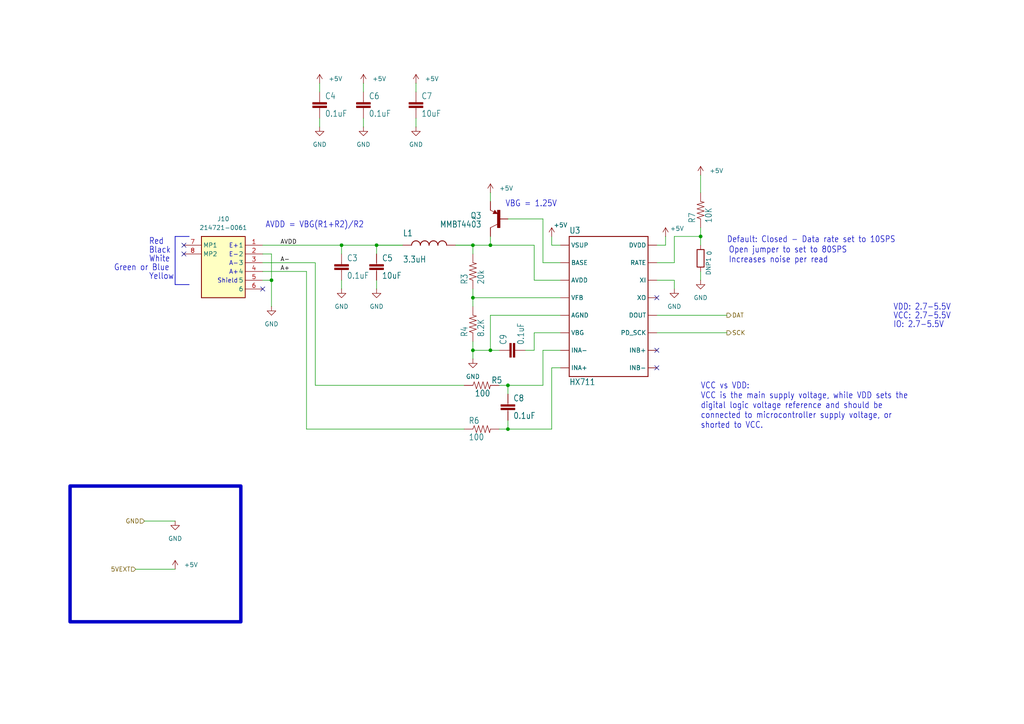
<source format=kicad_sch>
(kicad_sch
	(version 20231120)
	(generator "eeschema")
	(generator_version "8.0")
	(uuid "474a8034-81b9-411d-94c8-330911c61797")
	(paper "A4")
	(lib_symbols
		(symbol "6_pos_connector:214721-0061"
			(exclude_from_sim no)
			(in_bom yes)
			(on_board yes)
			(property "Reference" "J"
				(at 19.05 7.62 0)
				(effects
					(font
						(size 1.27 1.27)
					)
					(justify left top)
				)
			)
			(property "Value" "214721-0061"
				(at 19.05 5.08 0)
				(effects
					(font
						(size 1.27 1.27)
					)
					(justify left top)
				)
			)
			(property "Footprint" "2147210061"
				(at 19.05 -94.92 0)
				(effects
					(font
						(size 1.27 1.27)
					)
					(justify left top)
					(hide yes)
				)
			)
			(property "Datasheet" "https://www.molex.com/en-us/products/part-detail/2147210061?display=pdf"
				(at 19.05 -194.92 0)
				(effects
					(font
						(size 1.27 1.27)
					)
					(justify left top)
					(hide yes)
				)
			)
			(property "Description" "Zero-Hachi Header, 0.80mm Pitch, Single Row, Right-Angle, Surface Mount, Gold (Au) Plating, Friction Lock, 6 Circuits, Tape and Reel"
				(at 0 0 0)
				(effects
					(font
						(size 1.27 1.27)
					)
					(hide yes)
				)
			)
			(property "Height" "1.8"
				(at 19.05 -394.92 0)
				(effects
					(font
						(size 1.27 1.27)
					)
					(justify left top)
					(hide yes)
				)
			)
			(property "Mouser Part Number" ""
				(at 19.05 -494.92 0)
				(effects
					(font
						(size 1.27 1.27)
					)
					(justify left top)
					(hide yes)
				)
			)
			(property "Mouser Price/Stock" ""
				(at 19.05 -594.92 0)
				(effects
					(font
						(size 1.27 1.27)
					)
					(justify left top)
					(hide yes)
				)
			)
			(property "Manufacturer_Name" "Molex"
				(at 19.05 -694.92 0)
				(effects
					(font
						(size 1.27 1.27)
					)
					(justify left top)
					(hide yes)
				)
			)
			(property "Manufacturer_Part_Number" "214721-0061"
				(at 19.05 -794.92 0)
				(effects
					(font
						(size 1.27 1.27)
					)
					(justify left top)
					(hide yes)
				)
			)
			(symbol "214721-0061_1_1"
				(rectangle
					(start 5.08 2.54)
					(end 17.78 -15.24)
					(stroke
						(width 0.254)
						(type default)
					)
					(fill
						(type background)
					)
				)
				(pin passive line
					(at 22.86 0 180)
					(length 5.08)
					(name "1"
						(effects
							(font
								(size 1.27 1.27)
							)
						)
					)
					(number "1"
						(effects
							(font
								(size 1.27 1.27)
							)
						)
					)
				)
				(pin passive line
					(at 22.86 -2.54 180)
					(length 5.08)
					(name "2"
						(effects
							(font
								(size 1.27 1.27)
							)
						)
					)
					(number "2"
						(effects
							(font
								(size 1.27 1.27)
							)
						)
					)
				)
				(pin passive line
					(at 22.86 -5.08 180)
					(length 5.08)
					(name "3"
						(effects
							(font
								(size 1.27 1.27)
							)
						)
					)
					(number "3"
						(effects
							(font
								(size 1.27 1.27)
							)
						)
					)
				)
				(pin passive line
					(at 22.86 -7.62 180)
					(length 5.08)
					(name "4"
						(effects
							(font
								(size 1.27 1.27)
							)
						)
					)
					(number "4"
						(effects
							(font
								(size 1.27 1.27)
							)
						)
					)
				)
				(pin passive line
					(at 22.86 -10.16 180)
					(length 5.08)
					(name "5"
						(effects
							(font
								(size 1.27 1.27)
							)
						)
					)
					(number "5"
						(effects
							(font
								(size 1.27 1.27)
							)
						)
					)
				)
				(pin passive line
					(at 22.86 -12.7 180)
					(length 5.08)
					(name "6"
						(effects
							(font
								(size 1.27 1.27)
							)
						)
					)
					(number "6"
						(effects
							(font
								(size 1.27 1.27)
							)
						)
					)
				)
				(pin passive line
					(at 0 0 0)
					(length 5.08)
					(name "MP1"
						(effects
							(font
								(size 1.27 1.27)
							)
						)
					)
					(number "7"
						(effects
							(font
								(size 1.27 1.27)
							)
						)
					)
				)
				(pin passive line
					(at 0 -2.54 0)
					(length 5.08)
					(name "MP2"
						(effects
							(font
								(size 1.27 1.27)
							)
						)
					)
					(number "8"
						(effects
							(font
								(size 1.27 1.27)
							)
						)
					)
				)
			)
		)
		(symbol "Device:R"
			(pin_numbers hide)
			(pin_names
				(offset 0)
			)
			(exclude_from_sim no)
			(in_bom yes)
			(on_board yes)
			(property "Reference" "R"
				(at 2.032 0 90)
				(effects
					(font
						(size 1.27 1.27)
					)
				)
			)
			(property "Value" "R"
				(at 0 0 90)
				(effects
					(font
						(size 1.27 1.27)
					)
				)
			)
			(property "Footprint" ""
				(at -1.778 0 90)
				(effects
					(font
						(size 1.27 1.27)
					)
					(hide yes)
				)
			)
			(property "Datasheet" "~"
				(at 0 0 0)
				(effects
					(font
						(size 1.27 1.27)
					)
					(hide yes)
				)
			)
			(property "Description" "Resistor"
				(at 0 0 0)
				(effects
					(font
						(size 1.27 1.27)
					)
					(hide yes)
				)
			)
			(property "ki_keywords" "R res resistor"
				(at 0 0 0)
				(effects
					(font
						(size 1.27 1.27)
					)
					(hide yes)
				)
			)
			(property "ki_fp_filters" "R_*"
				(at 0 0 0)
				(effects
					(font
						(size 1.27 1.27)
					)
					(hide yes)
				)
			)
			(symbol "R_0_1"
				(rectangle
					(start -1.016 -2.54)
					(end 1.016 2.54)
					(stroke
						(width 0.254)
						(type default)
					)
					(fill
						(type none)
					)
				)
			)
			(symbol "R_1_1"
				(pin passive line
					(at 0 3.81 270)
					(length 1.27)
					(name "~"
						(effects
							(font
								(size 1.27 1.27)
							)
						)
					)
					(number "1"
						(effects
							(font
								(size 1.27 1.27)
							)
						)
					)
				)
				(pin passive line
					(at 0 -3.81 90)
					(length 1.27)
					(name "~"
						(effects
							(font
								(size 1.27 1.27)
							)
						)
					)
					(number "2"
						(effects
							(font
								(size 1.27 1.27)
							)
						)
					)
				)
			)
		)
		(symbol "Load Cell and Amplifier-eagle-import:0.1UF-25V-5%(0603)"
			(exclude_from_sim no)
			(in_bom yes)
			(on_board yes)
			(property "Reference" "C"
				(at 1.524 2.921 0)
				(effects
					(font
						(size 1.778 1.5113)
					)
					(justify left bottom)
				)
			)
			(property "Value" ""
				(at 1.524 -2.159 0)
				(effects
					(font
						(size 1.778 1.5113)
					)
					(justify left bottom)
				)
			)
			(property "Footprint" "Load Cell and Amplifier:0603-CAP"
				(at 0 0 0)
				(effects
					(font
						(size 1.27 1.27)
					)
					(hide yes)
				)
			)
			(property "Datasheet" ""
				(at 0 0 0)
				(effects
					(font
						(size 1.27 1.27)
					)
					(hide yes)
				)
			)
			(property "Description" "CAP-08604"
				(at 0 0 0)
				(effects
					(font
						(size 1.27 1.27)
					)
					(hide yes)
				)
			)
			(property "ki_locked" ""
				(at 0 0 0)
				(effects
					(font
						(size 1.27 1.27)
					)
				)
			)
			(symbol "0.1UF-25V-5%(0603)_1_0"
				(rectangle
					(start -2.032 0.508)
					(end 2.032 1.016)
					(stroke
						(width 0)
						(type default)
					)
					(fill
						(type outline)
					)
				)
				(rectangle
					(start -2.032 1.524)
					(end 2.032 2.032)
					(stroke
						(width 0)
						(type default)
					)
					(fill
						(type outline)
					)
				)
				(polyline
					(pts
						(xy 0 0) (xy 0 0.508)
					)
					(stroke
						(width 0.1524)
						(type solid)
					)
					(fill
						(type none)
					)
				)
				(polyline
					(pts
						(xy 0 2.54) (xy 0 2.032)
					)
					(stroke
						(width 0.1524)
						(type solid)
					)
					(fill
						(type none)
					)
				)
				(pin passive line
					(at 0 5.08 270)
					(length 2.54)
					(name "1"
						(effects
							(font
								(size 0 0)
							)
						)
					)
					(number "1"
						(effects
							(font
								(size 0 0)
							)
						)
					)
				)
				(pin passive line
					(at 0 -2.54 90)
					(length 2.54)
					(name "2"
						(effects
							(font
								(size 0 0)
							)
						)
					)
					(number "2"
						(effects
							(font
								(size 0 0)
							)
						)
					)
				)
			)
		)
		(symbol "Load Cell and Amplifier-eagle-import:100OHM-1/10W-1%(0603)"
			(exclude_from_sim no)
			(in_bom yes)
			(on_board yes)
			(property "Reference" "R"
				(at -3.81 1.4986 0)
				(effects
					(font
						(size 1.778 1.5113)
					)
					(justify left bottom)
				)
			)
			(property "Value" ""
				(at -3.81 -3.302 0)
				(effects
					(font
						(size 1.778 1.5113)
					)
					(justify left bottom)
				)
			)
			(property "Footprint" "Load Cell and Amplifier:0603-RES"
				(at 0 0 0)
				(effects
					(font
						(size 1.27 1.27)
					)
					(hide yes)
				)
			)
			(property "Datasheet" ""
				(at 0 0 0)
				(effects
					(font
						(size 1.27 1.27)
					)
					(hide yes)
				)
			)
			(property "Description" "RES-07863"
				(at 0 0 0)
				(effects
					(font
						(size 1.27 1.27)
					)
					(hide yes)
				)
			)
			(property "ki_locked" ""
				(at 0 0 0)
				(effects
					(font
						(size 1.27 1.27)
					)
				)
			)
			(symbol "100OHM-1/10W-1%(0603)_1_0"
				(polyline
					(pts
						(xy -2.54 0) (xy -2.159 1.016)
					)
					(stroke
						(width 0.1524)
						(type solid)
					)
					(fill
						(type none)
					)
				)
				(polyline
					(pts
						(xy -2.159 1.016) (xy -1.524 -1.016)
					)
					(stroke
						(width 0.1524)
						(type solid)
					)
					(fill
						(type none)
					)
				)
				(polyline
					(pts
						(xy -1.524 -1.016) (xy -0.889 1.016)
					)
					(stroke
						(width 0.1524)
						(type solid)
					)
					(fill
						(type none)
					)
				)
				(polyline
					(pts
						(xy -0.889 1.016) (xy -0.254 -1.016)
					)
					(stroke
						(width 0.1524)
						(type solid)
					)
					(fill
						(type none)
					)
				)
				(polyline
					(pts
						(xy -0.254 -1.016) (xy 0.381 1.016)
					)
					(stroke
						(width 0.1524)
						(type solid)
					)
					(fill
						(type none)
					)
				)
				(polyline
					(pts
						(xy 0.381 1.016) (xy 1.016 -1.016)
					)
					(stroke
						(width 0.1524)
						(type solid)
					)
					(fill
						(type none)
					)
				)
				(polyline
					(pts
						(xy 1.016 -1.016) (xy 1.651 1.016)
					)
					(stroke
						(width 0.1524)
						(type solid)
					)
					(fill
						(type none)
					)
				)
				(polyline
					(pts
						(xy 1.651 1.016) (xy 2.286 -1.016)
					)
					(stroke
						(width 0.1524)
						(type solid)
					)
					(fill
						(type none)
					)
				)
				(polyline
					(pts
						(xy 2.286 -1.016) (xy 2.54 0)
					)
					(stroke
						(width 0.1524)
						(type solid)
					)
					(fill
						(type none)
					)
				)
				(pin passive line
					(at -5.08 0 0)
					(length 2.54)
					(name "1"
						(effects
							(font
								(size 0 0)
							)
						)
					)
					(number "1"
						(effects
							(font
								(size 0 0)
							)
						)
					)
				)
				(pin passive line
					(at 5.08 0 180)
					(length 2.54)
					(name "2"
						(effects
							(font
								(size 0 0)
							)
						)
					)
					(number "2"
						(effects
							(font
								(size 0 0)
							)
						)
					)
				)
			)
		)
		(symbol "Load Cell and Amplifier-eagle-import:10KOHM-1/10W-1%(0603)0603"
			(exclude_from_sim no)
			(in_bom yes)
			(on_board yes)
			(property "Reference" "R"
				(at -3.81 1.4986 0)
				(effects
					(font
						(size 1.778 1.5113)
					)
					(justify left bottom)
				)
			)
			(property "Value" ""
				(at -3.81 -3.302 0)
				(effects
					(font
						(size 1.778 1.5113)
					)
					(justify left bottom)
				)
			)
			(property "Footprint" "Load Cell and Amplifier:0603-RES"
				(at 0 0 0)
				(effects
					(font
						(size 1.27 1.27)
					)
					(hide yes)
				)
			)
			(property "Datasheet" ""
				(at 0 0 0)
				(effects
					(font
						(size 1.27 1.27)
					)
					(hide yes)
				)
			)
			(property "Description" "RES-00824"
				(at 0 0 0)
				(effects
					(font
						(size 1.27 1.27)
					)
					(hide yes)
				)
			)
			(property "ki_locked" ""
				(at 0 0 0)
				(effects
					(font
						(size 1.27 1.27)
					)
				)
			)
			(symbol "10KOHM-1/10W-1%(0603)0603_1_0"
				(polyline
					(pts
						(xy -2.54 0) (xy -2.159 1.016)
					)
					(stroke
						(width 0.1524)
						(type solid)
					)
					(fill
						(type none)
					)
				)
				(polyline
					(pts
						(xy -2.159 1.016) (xy -1.524 -1.016)
					)
					(stroke
						(width 0.1524)
						(type solid)
					)
					(fill
						(type none)
					)
				)
				(polyline
					(pts
						(xy -1.524 -1.016) (xy -0.889 1.016)
					)
					(stroke
						(width 0.1524)
						(type solid)
					)
					(fill
						(type none)
					)
				)
				(polyline
					(pts
						(xy -0.889 1.016) (xy -0.254 -1.016)
					)
					(stroke
						(width 0.1524)
						(type solid)
					)
					(fill
						(type none)
					)
				)
				(polyline
					(pts
						(xy -0.254 -1.016) (xy 0.381 1.016)
					)
					(stroke
						(width 0.1524)
						(type solid)
					)
					(fill
						(type none)
					)
				)
				(polyline
					(pts
						(xy 0.381 1.016) (xy 1.016 -1.016)
					)
					(stroke
						(width 0.1524)
						(type solid)
					)
					(fill
						(type none)
					)
				)
				(polyline
					(pts
						(xy 1.016 -1.016) (xy 1.651 1.016)
					)
					(stroke
						(width 0.1524)
						(type solid)
					)
					(fill
						(type none)
					)
				)
				(polyline
					(pts
						(xy 1.651 1.016) (xy 2.286 -1.016)
					)
					(stroke
						(width 0.1524)
						(type solid)
					)
					(fill
						(type none)
					)
				)
				(polyline
					(pts
						(xy 2.286 -1.016) (xy 2.54 0)
					)
					(stroke
						(width 0.1524)
						(type solid)
					)
					(fill
						(type none)
					)
				)
				(pin passive line
					(at -5.08 0 0)
					(length 2.54)
					(name "1"
						(effects
							(font
								(size 0 0)
							)
						)
					)
					(number "1"
						(effects
							(font
								(size 0 0)
							)
						)
					)
				)
				(pin passive line
					(at 5.08 0 180)
					(length 2.54)
					(name "2"
						(effects
							(font
								(size 0 0)
							)
						)
					)
					(number "2"
						(effects
							(font
								(size 0 0)
							)
						)
					)
				)
			)
		)
		(symbol "Load Cell and Amplifier-eagle-import:10UF50V20%(1210)"
			(exclude_from_sim no)
			(in_bom yes)
			(on_board yes)
			(property "Reference" "C"
				(at 1.524 2.921 0)
				(effects
					(font
						(size 1.778 1.5113)
					)
					(justify left bottom)
				)
			)
			(property "Value" ""
				(at 1.524 -2.159 0)
				(effects
					(font
						(size 1.778 1.5113)
					)
					(justify left bottom)
				)
			)
			(property "Footprint" "Load Cell and Amplifier:1210"
				(at 0 0 0)
				(effects
					(font
						(size 1.27 1.27)
					)
					(hide yes)
				)
			)
			(property "Datasheet" ""
				(at 0 0 0)
				(effects
					(font
						(size 1.27 1.27)
					)
					(hide yes)
				)
			)
			(property "Description" "CAP-09824"
				(at 0 0 0)
				(effects
					(font
						(size 1.27 1.27)
					)
					(hide yes)
				)
			)
			(property "ki_locked" ""
				(at 0 0 0)
				(effects
					(font
						(size 1.27 1.27)
					)
				)
			)
			(symbol "10UF50V20%(1210)_1_0"
				(rectangle
					(start -2.032 0.508)
					(end 2.032 1.016)
					(stroke
						(width 0)
						(type default)
					)
					(fill
						(type outline)
					)
				)
				(rectangle
					(start -2.032 1.524)
					(end 2.032 2.032)
					(stroke
						(width 0)
						(type default)
					)
					(fill
						(type outline)
					)
				)
				(polyline
					(pts
						(xy 0 0) (xy 0 0.508)
					)
					(stroke
						(width 0.1524)
						(type solid)
					)
					(fill
						(type none)
					)
				)
				(polyline
					(pts
						(xy 0 2.54) (xy 0 2.032)
					)
					(stroke
						(width 0.1524)
						(type solid)
					)
					(fill
						(type none)
					)
				)
				(pin passive line
					(at 0 5.08 270)
					(length 2.54)
					(name "1"
						(effects
							(font
								(size 0 0)
							)
						)
					)
					(number "1"
						(effects
							(font
								(size 0 0)
							)
						)
					)
				)
				(pin passive line
					(at 0 -2.54 90)
					(length 2.54)
					(name "2"
						(effects
							(font
								(size 0 0)
							)
						)
					)
					(number "2"
						(effects
							(font
								(size 0 0)
							)
						)
					)
				)
			)
		)
		(symbol "Load Cell and Amplifier-eagle-import:20KOHM1/10W1%(0603)"
			(exclude_from_sim no)
			(in_bom yes)
			(on_board yes)
			(property "Reference" "R"
				(at -3.81 1.4986 0)
				(effects
					(font
						(size 1.778 1.5113)
					)
					(justify left bottom)
				)
			)
			(property "Value" ""
				(at -3.81 -3.302 0)
				(effects
					(font
						(size 1.778 1.5113)
					)
					(justify left bottom)
				)
			)
			(property "Footprint" "Load Cell and Amplifier:0603-RES"
				(at 0 0 0)
				(effects
					(font
						(size 1.27 1.27)
					)
					(hide yes)
				)
			)
			(property "Datasheet" ""
				(at 0 0 0)
				(effects
					(font
						(size 1.27 1.27)
					)
					(hide yes)
				)
			)
			(property "Description" "RES-09383"
				(at 0 0 0)
				(effects
					(font
						(size 1.27 1.27)
					)
					(hide yes)
				)
			)
			(property "ki_locked" ""
				(at 0 0 0)
				(effects
					(font
						(size 1.27 1.27)
					)
				)
			)
			(symbol "20KOHM1/10W1%(0603)_1_0"
				(polyline
					(pts
						(xy -2.54 0) (xy -2.159 1.016)
					)
					(stroke
						(width 0.1524)
						(type solid)
					)
					(fill
						(type none)
					)
				)
				(polyline
					(pts
						(xy -2.159 1.016) (xy -1.524 -1.016)
					)
					(stroke
						(width 0.1524)
						(type solid)
					)
					(fill
						(type none)
					)
				)
				(polyline
					(pts
						(xy -1.524 -1.016) (xy -0.889 1.016)
					)
					(stroke
						(width 0.1524)
						(type solid)
					)
					(fill
						(type none)
					)
				)
				(polyline
					(pts
						(xy -0.889 1.016) (xy -0.254 -1.016)
					)
					(stroke
						(width 0.1524)
						(type solid)
					)
					(fill
						(type none)
					)
				)
				(polyline
					(pts
						(xy -0.254 -1.016) (xy 0.381 1.016)
					)
					(stroke
						(width 0.1524)
						(type solid)
					)
					(fill
						(type none)
					)
				)
				(polyline
					(pts
						(xy 0.381 1.016) (xy 1.016 -1.016)
					)
					(stroke
						(width 0.1524)
						(type solid)
					)
					(fill
						(type none)
					)
				)
				(polyline
					(pts
						(xy 1.016 -1.016) (xy 1.651 1.016)
					)
					(stroke
						(width 0.1524)
						(type solid)
					)
					(fill
						(type none)
					)
				)
				(polyline
					(pts
						(xy 1.651 1.016) (xy 2.286 -1.016)
					)
					(stroke
						(width 0.1524)
						(type solid)
					)
					(fill
						(type none)
					)
				)
				(polyline
					(pts
						(xy 2.286 -1.016) (xy 2.54 0)
					)
					(stroke
						(width 0.1524)
						(type solid)
					)
					(fill
						(type none)
					)
				)
				(pin passive line
					(at -5.08 0 0)
					(length 2.54)
					(name "1"
						(effects
							(font
								(size 0 0)
							)
						)
					)
					(number "1"
						(effects
							(font
								(size 0 0)
							)
						)
					)
				)
				(pin passive line
					(at 5.08 0 180)
					(length 2.54)
					(name "2"
						(effects
							(font
								(size 0 0)
							)
						)
					)
					(number "2"
						(effects
							(font
								(size 0 0)
							)
						)
					)
				)
			)
		)
		(symbol "Load Cell and Amplifier-eagle-import:8.2KOHM-1/10W-5%(0603)"
			(exclude_from_sim no)
			(in_bom yes)
			(on_board yes)
			(property "Reference" "R"
				(at -3.81 1.4986 0)
				(effects
					(font
						(size 1.778 1.5113)
					)
					(justify left bottom)
				)
			)
			(property "Value" ""
				(at -3.81 -3.302 0)
				(effects
					(font
						(size 1.778 1.5113)
					)
					(justify left bottom)
				)
			)
			(property "Footprint" "Load Cell and Amplifier:0603-RES"
				(at 0 0 0)
				(effects
					(font
						(size 1.27 1.27)
					)
					(hide yes)
				)
			)
			(property "Datasheet" ""
				(at 0 0 0)
				(effects
					(font
						(size 1.27 1.27)
					)
					(hide yes)
				)
			)
			(property "Description" "RES-10646"
				(at 0 0 0)
				(effects
					(font
						(size 1.27 1.27)
					)
					(hide yes)
				)
			)
			(property "ki_locked" ""
				(at 0 0 0)
				(effects
					(font
						(size 1.27 1.27)
					)
				)
			)
			(symbol "8.2KOHM-1/10W-5%(0603)_1_0"
				(polyline
					(pts
						(xy -2.54 0) (xy -2.159 1.016)
					)
					(stroke
						(width 0.1524)
						(type solid)
					)
					(fill
						(type none)
					)
				)
				(polyline
					(pts
						(xy -2.159 1.016) (xy -1.524 -1.016)
					)
					(stroke
						(width 0.1524)
						(type solid)
					)
					(fill
						(type none)
					)
				)
				(polyline
					(pts
						(xy -1.524 -1.016) (xy -0.889 1.016)
					)
					(stroke
						(width 0.1524)
						(type solid)
					)
					(fill
						(type none)
					)
				)
				(polyline
					(pts
						(xy -0.889 1.016) (xy -0.254 -1.016)
					)
					(stroke
						(width 0.1524)
						(type solid)
					)
					(fill
						(type none)
					)
				)
				(polyline
					(pts
						(xy -0.254 -1.016) (xy 0.381 1.016)
					)
					(stroke
						(width 0.1524)
						(type solid)
					)
					(fill
						(type none)
					)
				)
				(polyline
					(pts
						(xy 0.381 1.016) (xy 1.016 -1.016)
					)
					(stroke
						(width 0.1524)
						(type solid)
					)
					(fill
						(type none)
					)
				)
				(polyline
					(pts
						(xy 1.016 -1.016) (xy 1.651 1.016)
					)
					(stroke
						(width 0.1524)
						(type solid)
					)
					(fill
						(type none)
					)
				)
				(polyline
					(pts
						(xy 1.651 1.016) (xy 2.286 -1.016)
					)
					(stroke
						(width 0.1524)
						(type solid)
					)
					(fill
						(type none)
					)
				)
				(polyline
					(pts
						(xy 2.286 -1.016) (xy 2.54 0)
					)
					(stroke
						(width 0.1524)
						(type solid)
					)
					(fill
						(type none)
					)
				)
				(pin passive line
					(at -5.08 0 0)
					(length 2.54)
					(name "1"
						(effects
							(font
								(size 0 0)
							)
						)
					)
					(number "1"
						(effects
							(font
								(size 0 0)
							)
						)
					)
				)
				(pin passive line
					(at 5.08 0 180)
					(length 2.54)
					(name "2"
						(effects
							(font
								(size 0 0)
							)
						)
					)
					(number "2"
						(effects
							(font
								(size 0 0)
							)
						)
					)
				)
			)
		)
		(symbol "Load Cell and Amplifier-eagle-import:HX711HX711"
			(exclude_from_sim no)
			(in_bom yes)
			(on_board yes)
			(property "Reference" "U"
				(at -12.7 21.082 0)
				(effects
					(font
						(size 1.778 1.5113)
					)
					(justify left bottom)
					(hide yes)
				)
			)
			(property "Value" ""
				(at -12.7 -22.86 0)
				(effects
					(font
						(size 1.778 1.5113)
					)
					(justify left bottom)
					(hide yes)
				)
			)
			(property "Footprint" "Load Cell and Amplifier:SO16"
				(at 0 0 0)
				(effects
					(font
						(size 1.27 1.27)
					)
					(hide yes)
				)
			)
			(property "Datasheet" ""
				(at 0 0 0)
				(effects
					(font
						(size 1.27 1.27)
					)
					(hide yes)
				)
			)
			(property "Description" ""
				(at 0 0 0)
				(effects
					(font
						(size 1.27 1.27)
					)
					(hide yes)
				)
			)
			(property "ki_locked" ""
				(at 0 0 0)
				(effects
					(font
						(size 1.27 1.27)
					)
				)
			)
			(symbol "HX711HX711_1_0"
				(polyline
					(pts
						(xy -12.7 -20.32) (xy -12.7 20.32)
					)
					(stroke
						(width 0.254)
						(type solid)
					)
					(fill
						(type none)
					)
				)
				(polyline
					(pts
						(xy -12.7 20.32) (xy 10.16 20.32)
					)
					(stroke
						(width 0.254)
						(type solid)
					)
					(fill
						(type none)
					)
				)
				(polyline
					(pts
						(xy 10.16 -20.32) (xy -12.7 -20.32)
					)
					(stroke
						(width 0.254)
						(type solid)
					)
					(fill
						(type none)
					)
				)
				(polyline
					(pts
						(xy 10.16 20.32) (xy 10.16 -20.32)
					)
					(stroke
						(width 0.254)
						(type solid)
					)
					(fill
						(type none)
					)
				)
				(pin bidirectional line
					(at -15.24 17.78 0)
					(length 2.54)
					(name "VSUP"
						(effects
							(font
								(size 1.27 1.27)
							)
						)
					)
					(number "1"
						(effects
							(font
								(size 0 0)
							)
						)
					)
				)
				(pin bidirectional line
					(at 12.7 -12.7 180)
					(length 2.54)
					(name "INB+"
						(effects
							(font
								(size 1.27 1.27)
							)
						)
					)
					(number "10"
						(effects
							(font
								(size 0 0)
							)
						)
					)
				)
				(pin bidirectional line
					(at 12.7 -7.62 180)
					(length 2.54)
					(name "PD_SCK"
						(effects
							(font
								(size 1.27 1.27)
							)
						)
					)
					(number "11"
						(effects
							(font
								(size 0 0)
							)
						)
					)
				)
				(pin bidirectional line
					(at 12.7 -2.54 180)
					(length 2.54)
					(name "DOUT"
						(effects
							(font
								(size 1.27 1.27)
							)
						)
					)
					(number "12"
						(effects
							(font
								(size 0 0)
							)
						)
					)
				)
				(pin bidirectional line
					(at 12.7 2.54 180)
					(length 2.54)
					(name "XO"
						(effects
							(font
								(size 1.27 1.27)
							)
						)
					)
					(number "13"
						(effects
							(font
								(size 0 0)
							)
						)
					)
				)
				(pin bidirectional line
					(at 12.7 7.62 180)
					(length 2.54)
					(name "XI"
						(effects
							(font
								(size 1.27 1.27)
							)
						)
					)
					(number "14"
						(effects
							(font
								(size 0 0)
							)
						)
					)
				)
				(pin bidirectional line
					(at 12.7 12.7 180)
					(length 2.54)
					(name "RATE"
						(effects
							(font
								(size 1.27 1.27)
							)
						)
					)
					(number "15"
						(effects
							(font
								(size 0 0)
							)
						)
					)
				)
				(pin bidirectional line
					(at 12.7 17.78 180)
					(length 2.54)
					(name "DVDD"
						(effects
							(font
								(size 1.27 1.27)
							)
						)
					)
					(number "16"
						(effects
							(font
								(size 0 0)
							)
						)
					)
				)
				(pin bidirectional line
					(at -15.24 12.7 0)
					(length 2.54)
					(name "BASE"
						(effects
							(font
								(size 1.27 1.27)
							)
						)
					)
					(number "2"
						(effects
							(font
								(size 0 0)
							)
						)
					)
				)
				(pin bidirectional line
					(at -15.24 7.62 0)
					(length 2.54)
					(name "AVDD"
						(effects
							(font
								(size 1.27 1.27)
							)
						)
					)
					(number "3"
						(effects
							(font
								(size 0 0)
							)
						)
					)
				)
				(pin bidirectional line
					(at -15.24 2.54 0)
					(length 2.54)
					(name "VFB"
						(effects
							(font
								(size 1.27 1.27)
							)
						)
					)
					(number "4"
						(effects
							(font
								(size 0 0)
							)
						)
					)
				)
				(pin bidirectional line
					(at -15.24 -2.54 0)
					(length 2.54)
					(name "AGND"
						(effects
							(font
								(size 1.27 1.27)
							)
						)
					)
					(number "5"
						(effects
							(font
								(size 0 0)
							)
						)
					)
				)
				(pin bidirectional line
					(at -15.24 -7.62 0)
					(length 2.54)
					(name "VBG"
						(effects
							(font
								(size 1.27 1.27)
							)
						)
					)
					(number "6"
						(effects
							(font
								(size 0 0)
							)
						)
					)
				)
				(pin bidirectional line
					(at -15.24 -12.7 0)
					(length 2.54)
					(name "INA-"
						(effects
							(font
								(size 1.27 1.27)
							)
						)
					)
					(number "7"
						(effects
							(font
								(size 0 0)
							)
						)
					)
				)
				(pin bidirectional line
					(at -15.24 -17.78 0)
					(length 2.54)
					(name "INA+"
						(effects
							(font
								(size 1.27 1.27)
							)
						)
					)
					(number "8"
						(effects
							(font
								(size 0 0)
							)
						)
					)
				)
				(pin bidirectional line
					(at 12.7 -17.78 180)
					(length 2.54)
					(name "INB-"
						(effects
							(font
								(size 1.27 1.27)
							)
						)
					)
					(number "9"
						(effects
							(font
								(size 0 0)
							)
						)
					)
				)
			)
		)
		(symbol "Load Cell and Amplifier-eagle-import:INDUCTOR0805-IND"
			(exclude_from_sim no)
			(in_bom yes)
			(on_board yes)
			(property "Reference" "L"
				(at 2.54 5.08 0)
				(effects
					(font
						(size 1.778 1.5113)
					)
					(justify left bottom)
				)
			)
			(property "Value" ""
				(at 2.54 -5.08 0)
				(effects
					(font
						(size 1.778 1.5113)
					)
					(justify left bottom)
				)
			)
			(property "Footprint" "Load Cell and Amplifier:0805"
				(at 0 0 0)
				(effects
					(font
						(size 1.27 1.27)
					)
					(hide yes)
				)
			)
			(property "Datasheet" ""
				(at 0 0 0)
				(effects
					(font
						(size 1.27 1.27)
					)
					(hide yes)
				)
			)
			(property "Description" "Inductors\n\nBasic Inductor/Choke - 0603 and 1206. Footprints are not proven and vary greatly between part numbers.\nINDUCTOR POWER 3.3UH 4.0A SMD\n0.197\" L x 0.197\" W x 0.177\" H (5.00mm x 5.00mm x 4.50mm)"
				(at 0 0 0)
				(effects
					(font
						(size 1.27 1.27)
					)
					(hide yes)
				)
			)
			(property "ki_locked" ""
				(at 0 0 0)
				(effects
					(font
						(size 1.27 1.27)
					)
				)
			)
			(symbol "INDUCTOR0805-IND_1_0"
				(arc
					(start 0 -5.08)
					(mid 0.898 -4.708)
					(end 1.27 -3.81)
					(stroke
						(width 0.254)
						(type solid)
					)
					(fill
						(type none)
					)
				)
				(arc
					(start 0 -2.54)
					(mid 0.898 -2.168)
					(end 1.27 -1.27)
					(stroke
						(width 0.254)
						(type solid)
					)
					(fill
						(type none)
					)
				)
				(arc
					(start 0 0)
					(mid 0.898 0.372)
					(end 1.27 1.27)
					(stroke
						(width 0.254)
						(type solid)
					)
					(fill
						(type none)
					)
				)
				(arc
					(start 0 2.54)
					(mid 0.898 2.912)
					(end 1.27 3.81)
					(stroke
						(width 0.254)
						(type solid)
					)
					(fill
						(type none)
					)
				)
				(arc
					(start 1.27 -3.81)
					(mid 0.898 -2.912)
					(end 0 -2.54)
					(stroke
						(width 0.254)
						(type solid)
					)
					(fill
						(type none)
					)
				)
				(arc
					(start 1.27 -1.27)
					(mid 0.898 -0.372)
					(end 0 0)
					(stroke
						(width 0.254)
						(type solid)
					)
					(fill
						(type none)
					)
				)
				(arc
					(start 1.27 1.27)
					(mid 0.898 2.168)
					(end 0 2.54)
					(stroke
						(width 0.254)
						(type solid)
					)
					(fill
						(type none)
					)
				)
				(arc
					(start 1.27 3.81)
					(mid 0.898 4.708)
					(end 0 5.08)
					(stroke
						(width 0.254)
						(type solid)
					)
					(fill
						(type none)
					)
				)
				(pin passive line
					(at 0 7.62 270)
					(length 2.54)
					(name "1"
						(effects
							(font
								(size 0 0)
							)
						)
					)
					(number "1"
						(effects
							(font
								(size 0 0)
							)
						)
					)
				)
				(pin passive line
					(at 0 -7.62 90)
					(length 2.54)
					(name "2"
						(effects
							(font
								(size 0 0)
							)
						)
					)
					(number "2"
						(effects
							(font
								(size 0 0)
							)
						)
					)
				)
			)
		)
		(symbol "Load Cell and Amplifier-eagle-import:TRANSISTOR_PNPMMBT4403"
			(exclude_from_sim no)
			(in_bom yes)
			(on_board yes)
			(property "Reference" "Q"
				(at 5.08 0 0)
				(effects
					(font
						(size 1.778 1.5113)
					)
					(justify left bottom)
				)
			)
			(property "Value" ""
				(at 5.08 -2.54 0)
				(effects
					(font
						(size 1.778 1.5113)
					)
					(justify left bottom)
				)
			)
			(property "Footprint" "Load Cell and Amplifier:SOT23-3"
				(at 0 0 0)
				(effects
					(font
						(size 1.27 1.27)
					)
					(hide yes)
				)
			)
			(property "Datasheet" ""
				(at 0 0 0)
				(effects
					(font
						(size 1.27 1.27)
					)
					(hide yes)
				)
			)
			(property "Description" "Generic PNP BJT   Double check pinouts against datasheets- not all devices are the same!\nMMBT3906 - 40V 200mA SOT-23 (TRANS-08052)\nMMBT4403 - 40V 600mA SOT-23 (TRANS-09245)"
				(at 0 0 0)
				(effects
					(font
						(size 1.27 1.27)
					)
					(hide yes)
				)
			)
			(property "ki_locked" ""
				(at 0 0 0)
				(effects
					(font
						(size 1.27 1.27)
					)
				)
			)
			(symbol "TRANSISTOR_PNPMMBT4403_1_0"
				(rectangle
					(start -0.254 -2.54)
					(end 0.508 2.54)
					(stroke
						(width 0)
						(type default)
					)
					(fill
						(type outline)
					)
				)
				(polyline
					(pts
						(xy 0.508 -1.524) (xy 2.54 -2.54)
					)
					(stroke
						(width 0.1524)
						(type solid)
					)
					(fill
						(type none)
					)
				)
				(polyline
					(pts
						(xy 0.508 1.524) (xy 1.27 2.54)
					)
					(stroke
						(width 0.1524)
						(type solid)
					)
					(fill
						(type none)
					)
				)
				(polyline
					(pts
						(xy 0.8128 1.778) (xy 0.889 1.6256)
					)
					(stroke
						(width 0.2032)
						(type solid)
					)
					(fill
						(type none)
					)
				)
				(polyline
					(pts
						(xy 0.9398 1.8796) (xy 1.0414 1.651)
					)
					(stroke
						(width 0.2032)
						(type solid)
					)
					(fill
						(type none)
					)
				)
				(polyline
					(pts
						(xy 1.016 2.032) (xy 1.2192 1.6256)
					)
					(stroke
						(width 0.2032)
						(type solid)
					)
					(fill
						(type none)
					)
				)
				(polyline
					(pts
						(xy 1.143 2.159) (xy 1.397 1.6256)
					)
					(stroke
						(width 0.2032)
						(type solid)
					)
					(fill
						(type none)
					)
				)
				(polyline
					(pts
						(xy 1.2192 2.3114) (xy 1.5748 1.6256)
					)
					(stroke
						(width 0.2032)
						(type solid)
					)
					(fill
						(type none)
					)
				)
				(polyline
					(pts
						(xy 1.27 2.54) (xy 1.778 1.524)
					)
					(stroke
						(width 0.1524)
						(type solid)
					)
					(fill
						(type none)
					)
				)
				(polyline
					(pts
						(xy 1.778 1.524) (xy 0.508 1.524)
					)
					(stroke
						(width 0.1524)
						(type solid)
					)
					(fill
						(type none)
					)
				)
				(polyline
					(pts
						(xy 2.54 2.54) (xy 0.508 1.524)
					)
					(stroke
						(width 0.1524)
						(type solid)
					)
					(fill
						(type none)
					)
				)
				(pin passive line
					(at -2.54 0 0)
					(length 2.54)
					(name "B"
						(effects
							(font
								(size 0 0)
							)
						)
					)
					(number "1"
						(effects
							(font
								(size 0 0)
							)
						)
					)
				)
				(pin passive line
					(at 2.54 5.08 270)
					(length 2.54)
					(name "E"
						(effects
							(font
								(size 0 0)
							)
						)
					)
					(number "2"
						(effects
							(font
								(size 0 0)
							)
						)
					)
				)
				(pin passive line
					(at 2.54 -5.08 90)
					(length 2.54)
					(name "C"
						(effects
							(font
								(size 0 0)
							)
						)
					)
					(number "3"
						(effects
							(font
								(size 0 0)
							)
						)
					)
				)
			)
		)
		(symbol "power:+5V"
			(power)
			(pin_numbers hide)
			(pin_names
				(offset 0) hide)
			(exclude_from_sim no)
			(in_bom yes)
			(on_board yes)
			(property "Reference" "#PWR"
				(at 0 -3.81 0)
				(effects
					(font
						(size 1.27 1.27)
					)
					(hide yes)
				)
			)
			(property "Value" "+5V"
				(at 0 3.556 0)
				(effects
					(font
						(size 1.27 1.27)
					)
				)
			)
			(property "Footprint" ""
				(at 0 0 0)
				(effects
					(font
						(size 1.27 1.27)
					)
					(hide yes)
				)
			)
			(property "Datasheet" ""
				(at 0 0 0)
				(effects
					(font
						(size 1.27 1.27)
					)
					(hide yes)
				)
			)
			(property "Description" "Power symbol creates a global label with name \"+5V\""
				(at 0 0 0)
				(effects
					(font
						(size 1.27 1.27)
					)
					(hide yes)
				)
			)
			(property "ki_keywords" "global power"
				(at 0 0 0)
				(effects
					(font
						(size 1.27 1.27)
					)
					(hide yes)
				)
			)
			(symbol "+5V_0_1"
				(polyline
					(pts
						(xy -0.762 1.27) (xy 0 2.54)
					)
					(stroke
						(width 0)
						(type default)
					)
					(fill
						(type none)
					)
				)
				(polyline
					(pts
						(xy 0 0) (xy 0 2.54)
					)
					(stroke
						(width 0)
						(type default)
					)
					(fill
						(type none)
					)
				)
				(polyline
					(pts
						(xy 0 2.54) (xy 0.762 1.27)
					)
					(stroke
						(width 0)
						(type default)
					)
					(fill
						(type none)
					)
				)
			)
			(symbol "+5V_1_1"
				(pin power_in line
					(at 0 0 90)
					(length 0)
					(name "~"
						(effects
							(font
								(size 1.27 1.27)
							)
						)
					)
					(number "1"
						(effects
							(font
								(size 1.27 1.27)
							)
						)
					)
				)
			)
		)
		(symbol "power:GND"
			(power)
			(pin_numbers hide)
			(pin_names
				(offset 0) hide)
			(exclude_from_sim no)
			(in_bom yes)
			(on_board yes)
			(property "Reference" "#PWR"
				(at 0 -6.35 0)
				(effects
					(font
						(size 1.27 1.27)
					)
					(hide yes)
				)
			)
			(property "Value" "GND"
				(at 0 -3.81 0)
				(effects
					(font
						(size 1.27 1.27)
					)
				)
			)
			(property "Footprint" ""
				(at 0 0 0)
				(effects
					(font
						(size 1.27 1.27)
					)
					(hide yes)
				)
			)
			(property "Datasheet" ""
				(at 0 0 0)
				(effects
					(font
						(size 1.27 1.27)
					)
					(hide yes)
				)
			)
			(property "Description" "Power symbol creates a global label with name \"GND\" , ground"
				(at 0 0 0)
				(effects
					(font
						(size 1.27 1.27)
					)
					(hide yes)
				)
			)
			(property "ki_keywords" "global power"
				(at 0 0 0)
				(effects
					(font
						(size 1.27 1.27)
					)
					(hide yes)
				)
			)
			(symbol "GND_0_1"
				(polyline
					(pts
						(xy 0 0) (xy 0 -1.27) (xy 1.27 -1.27) (xy 0 -2.54) (xy -1.27 -1.27) (xy 0 -1.27)
					)
					(stroke
						(width 0)
						(type default)
					)
					(fill
						(type none)
					)
				)
			)
			(symbol "GND_1_1"
				(pin power_in line
					(at 0 0 270)
					(length 0)
					(name "~"
						(effects
							(font
								(size 1.27 1.27)
							)
						)
					)
					(number "1"
						(effects
							(font
								(size 1.27 1.27)
							)
						)
					)
				)
			)
		)
	)
	(junction
		(at 142.24 71.12)
		(diameter 0)
		(color 0 0 0 0)
		(uuid "1571e406-9406-41cc-a0ea-70a9e91cd98f")
	)
	(junction
		(at 203.2 68.58)
		(diameter 0)
		(color 0 0 0 0)
		(uuid "40dbda39-2c93-481c-8408-0b6927a365e2")
	)
	(junction
		(at 137.16 101.6)
		(diameter 0)
		(color 0 0 0 0)
		(uuid "479f44d8-94fa-4dc9-9be5-ea3b28d974ec")
	)
	(junction
		(at 99.06 71.12)
		(diameter 0)
		(color 0 0 0 0)
		(uuid "6a5a4e10-c275-4834-be18-68d6b6d7765a")
	)
	(junction
		(at 142.24 101.6)
		(diameter 0)
		(color 0 0 0 0)
		(uuid "794e0381-d6e5-45f4-8d34-50a313f43b8c")
	)
	(junction
		(at 147.32 124.46)
		(diameter 0)
		(color 0 0 0 0)
		(uuid "7e237a18-f44e-4bcb-9cf4-89d9681729d3")
	)
	(junction
		(at 78.74 81.28)
		(diameter 0)
		(color 0 0 0 0)
		(uuid "b66e4c42-c483-48b5-bdf9-00c1dce1cc1a")
	)
	(junction
		(at 147.32 111.76)
		(diameter 0)
		(color 0 0 0 0)
		(uuid "b99e8b5d-ef06-4c66-ac8d-7b19794b61b6")
	)
	(junction
		(at 137.16 86.36)
		(diameter 0)
		(color 0 0 0 0)
		(uuid "c2909485-a232-470a-b5c8-db7f9252e021")
	)
	(junction
		(at 109.22 71.12)
		(diameter 0)
		(color 0 0 0 0)
		(uuid "ee458976-114d-4898-bc5e-d6015a4febf3")
	)
	(junction
		(at 137.16 71.12)
		(diameter 0)
		(color 0 0 0 0)
		(uuid "f5823728-524a-4565-94c9-426d7ac90a16")
	)
	(no_connect
		(at 53.34 71.12)
		(uuid "1daabdda-a70b-483e-a431-fa81185e2557")
	)
	(no_connect
		(at 53.34 73.66)
		(uuid "4376a4e4-429b-43c7-8ea0-0c4899fbe2e2")
	)
	(no_connect
		(at 190.5 106.68)
		(uuid "4ddd0c61-0e2c-408e-862a-3a2e35e94374")
	)
	(no_connect
		(at 190.5 86.36)
		(uuid "7a018d41-cf1f-4932-b8b2-b658f0a9b3d7")
	)
	(no_connect
		(at 76.2 83.82)
		(uuid "8928b5b1-6840-4702-8d43-c78ef7b5f563")
	)
	(no_connect
		(at 190.5 101.6)
		(uuid "a51b184d-b3a5-46d0-b298-48c517c2272b")
	)
	(wire
		(pts
			(xy 109.22 83.82) (xy 109.22 81.28)
		)
		(stroke
			(width 0.1524)
			(type solid)
		)
		(uuid "085dcdf0-08e3-40a6-ac2b-ca0cf90cfb64")
	)
	(polyline
		(pts
			(xy 50.8 68.58) (xy 54.864 68.58)
		)
		(stroke
			(width 0.2032)
			(type solid)
		)
		(uuid "0960ab1d-547d-48f3-bd50-76691f679fc1")
	)
	(wire
		(pts
			(xy 160.02 106.68) (xy 160.02 124.46)
		)
		(stroke
			(width 0.1524)
			(type solid)
		)
		(uuid "09bb3009-238e-49a6-9876-419b368238e1")
	)
	(wire
		(pts
			(xy 190.5 76.2) (xy 195.58 76.2)
		)
		(stroke
			(width 0.1524)
			(type solid)
		)
		(uuid "0a670a26-92c8-401f-953c-259cea9f17ab")
	)
	(wire
		(pts
			(xy 154.94 81.28) (xy 154.94 71.12)
		)
		(stroke
			(width 0.1524)
			(type solid)
		)
		(uuid "0b4e551d-0986-40b0-a942-4d50e01b0626")
	)
	(wire
		(pts
			(xy 91.44 111.76) (xy 91.44 76.2)
		)
		(stroke
			(width 0.1524)
			(type solid)
		)
		(uuid "0bd956a5-8514-435c-b841-af1970e12e48")
	)
	(wire
		(pts
			(xy 134.62 111.76) (xy 91.44 111.76)
		)
		(stroke
			(width 0.1524)
			(type solid)
		)
		(uuid "0dc235b7-6d78-4ab3-bbeb-cc7edd34c4ea")
	)
	(wire
		(pts
			(xy 137.16 88.9) (xy 137.16 86.36)
		)
		(stroke
			(width 0.1524)
			(type solid)
		)
		(uuid "121b846a-700a-436d-8296-31e790fc8603")
	)
	(wire
		(pts
			(xy 109.22 71.12) (xy 116.84 71.12)
		)
		(stroke
			(width 0.2032)
			(type solid)
		)
		(uuid "1398edb2-099d-4283-936b-71038a03177a")
	)
	(wire
		(pts
			(xy 162.56 101.6) (xy 157.48 101.6)
		)
		(stroke
			(width 0.1524)
			(type solid)
		)
		(uuid "14195e9d-4808-43ff-b0c1-39a202188646")
	)
	(wire
		(pts
			(xy 157.48 111.76) (xy 147.32 111.76)
		)
		(stroke
			(width 0.1524)
			(type solid)
		)
		(uuid "15228ba9-e474-4241-81f3-1c10896b2f03")
	)
	(wire
		(pts
			(xy 142.24 91.44) (xy 142.24 101.6)
		)
		(stroke
			(width 0.1524)
			(type solid)
		)
		(uuid "15359532-0f55-488a-9ac7-94785a38d292")
	)
	(wire
		(pts
			(xy 147.32 124.46) (xy 144.78 124.46)
		)
		(stroke
			(width 0.1524)
			(type solid)
		)
		(uuid "188e0728-95d2-458e-b0e9-dda1b083c279")
	)
	(wire
		(pts
			(xy 203.2 55.88) (xy 203.2 50.8)
		)
		(stroke
			(width 0.1524)
			(type solid)
		)
		(uuid "19dcc811-5b1f-4a05-99dd-ede349fc4a32")
	)
	(wire
		(pts
			(xy 195.58 81.28) (xy 195.58 83.82)
		)
		(stroke
			(width 0.1524)
			(type solid)
		)
		(uuid "1e745210-8a1a-43f6-a7fe-affd3c3123f9")
	)
	(wire
		(pts
			(xy 190.5 91.44) (xy 210.82 91.44)
		)
		(stroke
			(width 0.1524)
			(type solid)
		)
		(uuid "1ee78b3f-2f41-4238-be54-a83de19eca09")
	)
	(wire
		(pts
			(xy 190.5 96.52) (xy 210.82 96.52)
		)
		(stroke
			(width 0.1524)
			(type solid)
		)
		(uuid "1f847214-1e1d-4940-b884-b088b4e9e853")
	)
	(wire
		(pts
			(xy 88.9 78.74) (xy 76.2 78.74)
		)
		(stroke
			(width 0.1524)
			(type solid)
		)
		(uuid "201e4851-00b8-4b52-a9fa-f93cac093b27")
	)
	(wire
		(pts
			(xy 78.74 81.28) (xy 78.74 88.9)
		)
		(stroke
			(width 0.1524)
			(type solid)
		)
		(uuid "25a148b9-08fd-4ef3-b2a3-5e5de9f212d1")
	)
	(wire
		(pts
			(xy 157.48 63.5) (xy 157.48 76.2)
		)
		(stroke
			(width 0.1524)
			(type solid)
		)
		(uuid "2833897b-3697-44de-83a3-7f245e81330a")
	)
	(wire
		(pts
			(xy 162.56 86.36) (xy 137.16 86.36)
		)
		(stroke
			(width 0.1524)
			(type solid)
		)
		(uuid "2a936297-0e0e-4504-a4b7-5851511cfc1c")
	)
	(wire
		(pts
			(xy 99.06 81.28) (xy 99.06 83.82)
		)
		(stroke
			(width 0.1524)
			(type solid)
		)
		(uuid "334ff3c3-b5aa-4ce0-9987-7d34259acb6c")
	)
	(wire
		(pts
			(xy 162.56 96.52) (xy 154.94 96.52)
		)
		(stroke
			(width 0.1524)
			(type solid)
		)
		(uuid "3353dd80-8160-426d-bffd-e68d00a05fdd")
	)
	(wire
		(pts
			(xy 154.94 71.12) (xy 142.24 71.12)
		)
		(stroke
			(width 0.1524)
			(type solid)
		)
		(uuid "33ab661d-e049-4e5e-94f4-3c00832efe46")
	)
	(wire
		(pts
			(xy 193.04 71.12) (xy 193.04 68.58)
		)
		(stroke
			(width 0.1524)
			(type solid)
		)
		(uuid "35d4162d-23ac-4cf7-808f-408c89c4aef7")
	)
	(wire
		(pts
			(xy 190.5 81.28) (xy 195.58 81.28)
		)
		(stroke
			(width 0.1524)
			(type solid)
		)
		(uuid "3b19d1ab-17f9-4e5e-8f9c-b2126a08a42b")
	)
	(wire
		(pts
			(xy 50.8 151.13) (xy 41.91 151.13)
		)
		(stroke
			(width 0)
			(type default)
		)
		(uuid "3dee6e9d-1b1c-4f72-bd8e-116440939597")
	)
	(wire
		(pts
			(xy 203.2 66.04) (xy 203.2 68.58)
		)
		(stroke
			(width 0.1524)
			(type solid)
		)
		(uuid "3f158a79-b2b9-447c-add7-40175cc6678b")
	)
	(polyline
		(pts
			(xy 50.8 68.58) (xy 50.8 82.55)
		)
		(stroke
			(width 0.2032)
			(type solid)
		)
		(uuid "4483db11-0e2f-427c-9dd9-c4b3bc537921")
	)
	(wire
		(pts
			(xy 137.16 99.06) (xy 137.16 101.6)
		)
		(stroke
			(width 0.1524)
			(type solid)
		)
		(uuid "47486882-5b2c-469c-8697-0ff43aa83ddd")
	)
	(wire
		(pts
			(xy 132.08 71.12) (xy 137.16 71.12)
		)
		(stroke
			(width 0.2032)
			(type solid)
		)
		(uuid "4fa0c68a-5c6c-4960-b922-9bc56de04ee6")
	)
	(wire
		(pts
			(xy 154.94 96.52) (xy 154.94 101.6)
		)
		(stroke
			(width 0.1524)
			(type solid)
		)
		(uuid "50cbc8d8-2cdb-4b5c-89ac-ad6a86414bfa")
	)
	(wire
		(pts
			(xy 144.78 101.6) (xy 142.24 101.6)
		)
		(stroke
			(width 0.1524)
			(type solid)
		)
		(uuid "5594794b-2573-4fba-a51b-bcfde8772c1f")
	)
	(wire
		(pts
			(xy 109.22 71.12) (xy 99.06 71.12)
		)
		(stroke
			(width 0.1524)
			(type solid)
		)
		(uuid "5c238f1f-4ed3-4068-8cdb-1e1d139ca947")
	)
	(wire
		(pts
			(xy 160.02 124.46) (xy 147.32 124.46)
		)
		(stroke
			(width 0.1524)
			(type solid)
		)
		(uuid "603abfaa-1cd3-4b0b-a016-d9d5d0a6a666")
	)
	(wire
		(pts
			(xy 162.56 76.2) (xy 157.48 76.2)
		)
		(stroke
			(width 0.1524)
			(type solid)
		)
		(uuid "6377c136-a201-411d-89ab-2df0c7ea07e3")
	)
	(wire
		(pts
			(xy 88.9 124.46) (xy 88.9 78.74)
		)
		(stroke
			(width 0.1524)
			(type solid)
		)
		(uuid "63e672df-3599-416e-a46d-0ffd050135d7")
	)
	(wire
		(pts
			(xy 157.48 101.6) (xy 157.48 111.76)
		)
		(stroke
			(width 0.1524)
			(type solid)
		)
		(uuid "6eb0e45c-4a5f-488f-8cc6-fec789f88b78")
	)
	(wire
		(pts
			(xy 147.32 111.76) (xy 144.78 111.76)
		)
		(stroke
			(width 0.1524)
			(type solid)
		)
		(uuid "73588af4-a56a-4a28-ba27-84f789e2f78a")
	)
	(wire
		(pts
			(xy 92.71 36.83) (xy 92.71 34.29)
		)
		(stroke
			(width 0.1524)
			(type solid)
		)
		(uuid "7cdb2328-0642-49d7-8fdb-e565993f9ef5")
	)
	(wire
		(pts
			(xy 134.62 124.46) (xy 88.9 124.46)
		)
		(stroke
			(width 0.1524)
			(type solid)
		)
		(uuid "7dc58419-55a7-4a4e-a144-e75e42de4d27")
	)
	(wire
		(pts
			(xy 50.8 165.1) (xy 39.37 165.1)
		)
		(stroke
			(width 0)
			(type default)
		)
		(uuid "84d0df35-15ff-41db-b1e2-9216bdbc2798")
	)
	(wire
		(pts
			(xy 147.32 63.5) (xy 157.48 63.5)
		)
		(stroke
			(width 0.1524)
			(type solid)
		)
		(uuid "888ad4ce-5c48-458d-8657-0b2f4c681bcb")
	)
	(wire
		(pts
			(xy 203.2 68.58) (xy 195.58 68.58)
		)
		(stroke
			(width 0.1524)
			(type solid)
		)
		(uuid "8aefe0cc-e058-4dc1-8e34-52d744b67f1c")
	)
	(wire
		(pts
			(xy 160.02 71.12) (xy 162.56 71.12)
		)
		(stroke
			(width 0.1524)
			(type solid)
		)
		(uuid "8b69042e-6d11-41c0-b23f-485d90e29cca")
	)
	(wire
		(pts
			(xy 203.2 68.58) (xy 203.2 71.12)
		)
		(stroke
			(width 0.1524)
			(type solid)
		)
		(uuid "8fb259c4-1983-4591-9a67-51033a152a6e")
	)
	(wire
		(pts
			(xy 137.16 86.36) (xy 137.16 83.82)
		)
		(stroke
			(width 0.1524)
			(type solid)
		)
		(uuid "95684333-596f-4319-a48a-26d11c255c7f")
	)
	(wire
		(pts
			(xy 105.41 24.13) (xy 105.41 26.67)
		)
		(stroke
			(width 0.1524)
			(type solid)
		)
		(uuid "a63e7dce-32a2-435d-869d-b32eeb6a54dd")
	)
	(wire
		(pts
			(xy 120.65 26.67) (xy 120.65 24.13)
		)
		(stroke
			(width 0.1524)
			(type solid)
		)
		(uuid "ae5ce8bd-d2f4-4d9a-a813-9a0a2577356d")
	)
	(wire
		(pts
			(xy 105.41 36.83) (xy 105.41 34.29)
		)
		(stroke
			(width 0.1524)
			(type solid)
		)
		(uuid "afa6240d-d13c-4b6b-a818-3d9d66522ff7")
	)
	(wire
		(pts
			(xy 162.56 106.68) (xy 160.02 106.68)
		)
		(stroke
			(width 0.1524)
			(type solid)
		)
		(uuid "b74049cb-ef26-446f-8181-c3aa1316bd83")
	)
	(wire
		(pts
			(xy 154.94 101.6) (xy 152.4 101.6)
		)
		(stroke
			(width 0.1524)
			(type solid)
		)
		(uuid "b87e018a-f963-4429-a503-5b2aebd4459a")
	)
	(wire
		(pts
			(xy 137.16 104.14) (xy 137.16 101.6)
		)
		(stroke
			(width 0.1524)
			(type solid)
		)
		(uuid "b9e2fc03-7e67-4379-a650-8c2b5b6a36f0")
	)
	(polyline
		(pts
			(xy 50.8 82.55) (xy 54.864 82.55)
		)
		(stroke
			(width 0.2032)
			(type solid)
		)
		(uuid "bfd39136-ba61-410d-b79a-5ca0301d5e9e")
	)
	(wire
		(pts
			(xy 162.56 81.28) (xy 154.94 81.28)
		)
		(stroke
			(width 0.1524)
			(type solid)
		)
		(uuid "c733ce42-d9cf-4f38-a9b9-46cd903f7cfb")
	)
	(wire
		(pts
			(xy 91.44 76.2) (xy 76.2 76.2)
		)
		(stroke
			(width 0.1524)
			(type solid)
		)
		(uuid "c757a5d1-8de8-4de4-861e-005c53918da4")
	)
	(wire
		(pts
			(xy 99.06 73.66) (xy 99.06 71.12)
		)
		(stroke
			(width 0.1524)
			(type solid)
		)
		(uuid "c99714cc-9b32-44bd-9bb1-0c70e5b69b81")
	)
	(wire
		(pts
			(xy 109.22 71.12) (xy 109.22 73.66)
		)
		(stroke
			(width 0.1524)
			(type solid)
		)
		(uuid "d0571a88-c959-4239-a595-65c891c1fabc")
	)
	(wire
		(pts
			(xy 142.24 101.6) (xy 137.16 101.6)
		)
		(stroke
			(width 0.1524)
			(type solid)
		)
		(uuid "d0a17693-2dbf-4571-ba44-6eb29d78a97d")
	)
	(wire
		(pts
			(xy 190.5 71.12) (xy 193.04 71.12)
		)
		(stroke
			(width 0.1524)
			(type solid)
		)
		(uuid "d4ac8230-514c-4367-8381-5a675f33cf62")
	)
	(wire
		(pts
			(xy 99.06 71.12) (xy 76.2 71.12)
		)
		(stroke
			(width 0.1524)
			(type solid)
		)
		(uuid "d4fe714f-f5d0-452d-a113-c7ff22f1a758")
	)
	(wire
		(pts
			(xy 147.32 114.3) (xy 147.32 111.76)
		)
		(stroke
			(width 0.1524)
			(type solid)
		)
		(uuid "d6ce4db3-05df-4bf2-86fb-392bec8efd6f")
	)
	(wire
		(pts
			(xy 137.16 73.66) (xy 137.16 71.12)
		)
		(stroke
			(width 0.1524)
			(type solid)
		)
		(uuid "dc89df6f-9a2b-44e4-851d-931eda2a6003")
	)
	(wire
		(pts
			(xy 162.56 91.44) (xy 142.24 91.44)
		)
		(stroke
			(width 0.1524)
			(type solid)
		)
		(uuid "dd7da39f-a4d4-410d-aa88-7e1622e15fad")
	)
	(wire
		(pts
			(xy 195.58 68.58) (xy 195.58 76.2)
		)
		(stroke
			(width 0.1524)
			(type solid)
		)
		(uuid "e4cbe3a0-b185-4694-acc3-313a8e718d6e")
	)
	(wire
		(pts
			(xy 147.32 121.92) (xy 147.32 124.46)
		)
		(stroke
			(width 0.1524)
			(type solid)
		)
		(uuid "e9dfcbf8-3b2a-4fe6-8d72-5154fe0a9966")
	)
	(wire
		(pts
			(xy 142.24 68.58) (xy 142.24 71.12)
		)
		(stroke
			(width 0.1524)
			(type solid)
		)
		(uuid "ed9c57cf-4e02-4fca-8424-d40fb6af404b")
	)
	(wire
		(pts
			(xy 142.24 71.12) (xy 137.16 71.12)
		)
		(stroke
			(width 0.1524)
			(type solid)
		)
		(uuid "f169d71b-d9cb-488c-a92c-3841850d216f")
	)
	(wire
		(pts
			(xy 142.24 55.88) (xy 142.24 58.42)
		)
		(stroke
			(width 0.1524)
			(type solid)
		)
		(uuid "f43b8855-5825-4d42-8a42-429798ee1f5d")
	)
	(wire
		(pts
			(xy 76.2 73.66) (xy 78.74 73.66)
		)
		(stroke
			(width 0.1524)
			(type solid)
		)
		(uuid "f5fba5ed-9bef-4ad2-a53e-085a6d5b4319")
	)
	(wire
		(pts
			(xy 160.02 68.58) (xy 160.02 71.12)
		)
		(stroke
			(width 0.1524)
			(type solid)
		)
		(uuid "f86a8e01-c2e7-46b6-bf8b-e61ace45fc3f")
	)
	(wire
		(pts
			(xy 76.2 81.28) (xy 78.74 81.28)
		)
		(stroke
			(width 0.1524)
			(type solid)
		)
		(uuid "f9409332-a970-4c01-8499-e5ccd7c9ae26")
	)
	(wire
		(pts
			(xy 92.71 24.13) (xy 92.71 26.67)
		)
		(stroke
			(width 0.1524)
			(type solid)
		)
		(uuid "fa000690-acab-42b6-b2f5-306034f2b2ee")
	)
	(wire
		(pts
			(xy 78.74 73.66) (xy 78.74 81.28)
		)
		(stroke
			(width 0.1524)
			(type solid)
		)
		(uuid "fa18ea5b-c757-4f6c-933a-019dc18c6eb9")
	)
	(wire
		(pts
			(xy 203.2 78.74) (xy 203.2 81.28)
		)
		(stroke
			(width 0.1524)
			(type solid)
		)
		(uuid "fa50eedd-3afa-454a-9c69-dd4c89441e87")
	)
	(wire
		(pts
			(xy 120.65 34.29) (xy 120.65 36.83)
		)
		(stroke
			(width 0.1524)
			(type solid)
		)
		(uuid "fd78fdb4-712e-4f78-bd4c-718f03bd8b98")
	)
	(rectangle
		(start 20.32 140.97)
		(end 69.85 180.34)
		(stroke
			(width 1)
			(type default)
		)
		(fill
			(type none)
		)
		(uuid 0082b2f5-1581-4e69-b141-dd4aa7df60cb)
	)
	(text "A-\n"
		(exclude_from_sim no)
		(at 67.818 76.454 0)
		(effects
			(font
				(size 1.27 1.27)
			)
		)
		(uuid "0ae5f852-26a3-427d-982d-850b014e7e3a")
	)
	(text "Green or Blue"
		(exclude_from_sim no)
		(at 33.02 78.74 0)
		(effects
			(font
				(size 1.778 1.5113)
			)
			(justify left bottom)
		)
		(uuid "290e6adc-c317-40ac-8760-929b26d250fe")
	)
	(text "Shield"
		(exclude_from_sim no)
		(at 66.04 81.534 0)
		(effects
			(font
				(size 1.27 1.27)
			)
		)
		(uuid "3f340b2b-a9a2-49fc-9574-94165fc99ffd")
	)
	(text "VCC vs VDD:\nVCC is the main supply voltage, while VDD sets the\ndigital logic voltage reference and should be\nconnected to microcontroller supply voltage, or\nshorted to VCC."
		(exclude_from_sim no)
		(at 203.2 124.46 0)
		(effects
			(font
				(size 1.778 1.5113)
			)
			(justify left bottom)
		)
		(uuid "64d8c433-ae75-4f6c-b2aa-6bd7c98547e7")
	)
	(text "Open jumper to set to 80SPS\nIncreases noise per read"
		(exclude_from_sim no)
		(at 211.328 76.454 0)
		(effects
			(font
				(size 1.778 1.5113)
			)
			(justify left bottom)
		)
		(uuid "7efd2f26-0d2c-449b-bf27-727d4c3c7cc4")
	)
	(text "E-"
		(exclude_from_sim no)
		(at 67.818 73.914 0)
		(effects
			(font
				(size 1.27 1.27)
			)
		)
		(uuid "88e82eaf-4cc7-4693-a190-9da6b360ff8a")
	)
	(text "Yellow"
		(exclude_from_sim no)
		(at 43.18 81.28 0)
		(effects
			(font
				(size 1.778 1.5113)
			)
			(justify left bottom)
		)
		(uuid "8b3f930f-5587-4295-b310-0eef03bbf457")
	)
	(text "VDD: 2.7-5.5V"
		(exclude_from_sim no)
		(at 259.08 90.17 0)
		(effects
			(font
				(size 1.778 1.5113)
			)
			(justify left bottom)
		)
		(uuid "9026ad56-b1bd-466b-b41c-ce34c98be6a9")
	)
	(text "Red"
		(exclude_from_sim no)
		(at 43.18 71.12 0)
		(effects
			(font
				(size 1.778 1.5113)
			)
			(justify left bottom)
		)
		(uuid "a1e7cee0-5364-415b-a8a4-b09384d7b204")
	)
	(text "VCC: 2.7-5.5V"
		(exclude_from_sim no)
		(at 259.08 92.71 0)
		(effects
			(font
				(size 1.778 1.5113)
			)
			(justify left bottom)
		)
		(uuid "b737b292-e96e-40c9-8b4e-1e3e1f306c3a")
	)
	(text "Default: Closed - Data rate set to 10SPS"
		(exclude_from_sim no)
		(at 210.82 70.612 0)
		(effects
			(font
				(size 1.778 1.5113)
			)
			(justify left bottom)
		)
		(uuid "bd5430f2-4fff-4332-bd19-f5908a2a7f40")
	)
	(text "Black"
		(exclude_from_sim no)
		(at 43.18 73.66 0)
		(effects
			(font
				(size 1.778 1.5113)
			)
			(justify left bottom)
		)
		(uuid "c548c3bd-17a3-40a7-be7f-782e2cbcb984")
	)
	(text "AVDD = VBG(R1+R2)/R2"
		(exclude_from_sim no)
		(at 76.962 66.294 0)
		(effects
			(font
				(size 1.778 1.5113)
			)
			(justify left bottom)
		)
		(uuid "c97531a6-c312-4857-82de-e50c36f9370a")
	)
	(text "E+"
		(exclude_from_sim no)
		(at 67.818 71.374 0)
		(effects
			(font
				(size 1.27 1.27)
			)
		)
		(uuid "cd98f3eb-8a4d-4963-85e1-be6c688b8817")
	)
	(text "A+"
		(exclude_from_sim no)
		(at 67.818 78.994 0)
		(effects
			(font
				(size 1.27 1.27)
			)
		)
		(uuid "d70bf570-5dee-4266-8123-0aa5ca2cf7c9")
	)
	(text "IO: 2.7-5.5V"
		(exclude_from_sim no)
		(at 259.08 95.25 0)
		(effects
			(font
				(size 1.778 1.5113)
			)
			(justify left bottom)
		)
		(uuid "e50794f8-00b0-4cec-abde-678cededf7f2")
	)
	(text "White"
		(exclude_from_sim no)
		(at 43.18 76.2 0)
		(effects
			(font
				(size 1.778 1.5113)
			)
			(justify left bottom)
		)
		(uuid "eea9722e-7b5a-487a-881f-9b05e5310e66")
	)
	(text "VBG = 1.25V"
		(exclude_from_sim no)
		(at 146.558 60.198 0)
		(effects
			(font
				(size 1.778 1.5113)
			)
			(justify left bottom)
		)
		(uuid "f47907d8-7b7b-4ab3-98a3-4c3262d133df")
	)
	(label "A-"
		(at 81.28 76.2 0)
		(fields_autoplaced yes)
		(effects
			(font
				(size 1.2446 1.2446)
			)
			(justify left bottom)
		)
		(uuid "0d93635a-7af2-4321-8689-3c969e67544e")
	)
	(label "A+"
		(at 81.28 78.74 0)
		(fields_autoplaced yes)
		(effects
			(font
				(size 1.2446 1.2446)
			)
			(justify left bottom)
		)
		(uuid "6326d080-885a-4381-b8ee-d91d4239cbe9")
	)
	(label "AVDD"
		(at 81.28 71.12 0)
		(fields_autoplaced yes)
		(effects
			(font
				(size 1.2446 1.2446)
			)
			(justify left bottom)
		)
		(uuid "b3f67b42-24c3-421e-815d-92b157f9471b")
	)
	(hierarchical_label "DAT"
		(shape output)
		(at 210.82 91.44 0)
		(fields_autoplaced yes)
		(effects
			(font
				(size 1.27 1.27)
			)
			(justify left)
		)
		(uuid "7e46ff5c-4b79-4720-a9e6-106165fbd502")
	)
	(hierarchical_label "SCK"
		(shape output)
		(at 210.82 96.52 0)
		(fields_autoplaced yes)
		(effects
			(font
				(size 1.27 1.27)
			)
			(justify left)
		)
		(uuid "825602a2-f6f4-476d-ba98-2c80e7694cd3")
	)
	(hierarchical_label "GND"
		(shape input)
		(at 41.91 151.13 180)
		(fields_autoplaced yes)
		(effects
			(font
				(size 1.27 1.27)
			)
			(justify right)
		)
		(uuid "bbaa48ee-8f09-4cb5-9d36-1be17eebfbbb")
	)
	(hierarchical_label "5VEXT"
		(shape input)
		(at 39.37 165.1 180)
		(fields_autoplaced yes)
		(effects
			(font
				(size 1.27 1.27)
			)
			(justify right)
		)
		(uuid "db64eb9e-de06-4a37-a941-91913ee6fc87")
	)
	(symbol
		(lib_id "power:GND")
		(at 50.8 151.13 0)
		(unit 1)
		(exclude_from_sim no)
		(in_bom yes)
		(on_board yes)
		(dnp no)
		(fields_autoplaced yes)
		(uuid "066d7335-7187-41df-829c-5dcb9cf675cf")
		(property "Reference" "#PWR022"
			(at 50.8 157.48 0)
			(effects
				(font
					(size 1.27 1.27)
				)
				(hide yes)
			)
		)
		(property "Value" "GND"
			(at 50.8 156.21 0)
			(effects
				(font
					(size 1.27 1.27)
				)
			)
		)
		(property "Footprint" ""
			(at 50.8 151.13 0)
			(effects
				(font
					(size 1.27 1.27)
				)
				(hide yes)
			)
		)
		(property "Datasheet" ""
			(at 50.8 151.13 0)
			(effects
				(font
					(size 1.27 1.27)
				)
				(hide yes)
			)
		)
		(property "Description" "Power symbol creates a global label with name \"GND\" , ground"
			(at 50.8 151.13 0)
			(effects
				(font
					(size 1.27 1.27)
				)
				(hide yes)
			)
		)
		(pin "1"
			(uuid "5d761e7d-b53a-45c7-b16d-d59ea3d51b88")
		)
		(instances
			(project "Main"
				(path "/a34d77bc-8f6a-417e-a206-3165e6c5c658/1fa8e4ec-3b8f-41b7-8956-25ba2b294586"
					(reference "#PWR022")
					(unit 1)
				)
			)
		)
	)
	(symbol
		(lib_id "power:GND")
		(at 137.16 104.14 0)
		(unit 1)
		(exclude_from_sim no)
		(in_bom yes)
		(on_board yes)
		(dnp no)
		(fields_autoplaced yes)
		(uuid "095b3ce0-3f8a-423d-bb8d-56847b41ee72")
		(property "Reference" "#PWR039"
			(at 137.16 110.49 0)
			(effects
				(font
					(size 1.27 1.27)
				)
				(hide yes)
			)
		)
		(property "Value" "GND"
			(at 137.16 109.22 0)
			(effects
				(font
					(size 1.27 1.27)
				)
			)
		)
		(property "Footprint" ""
			(at 137.16 104.14 0)
			(effects
				(font
					(size 1.27 1.27)
				)
				(hide yes)
			)
		)
		(property "Datasheet" ""
			(at 137.16 104.14 0)
			(effects
				(font
					(size 1.27 1.27)
				)
				(hide yes)
			)
		)
		(property "Description" "Power symbol creates a global label with name \"GND\" , ground"
			(at 137.16 104.14 0)
			(effects
				(font
					(size 1.27 1.27)
				)
				(hide yes)
			)
		)
		(pin "1"
			(uuid "cdf44893-a0af-46f3-bb71-e39d2816c58d")
		)
		(instances
			(project "Main"
				(path "/a34d77bc-8f6a-417e-a206-3165e6c5c658/1fa8e4ec-3b8f-41b7-8956-25ba2b294586"
					(reference "#PWR039")
					(unit 1)
				)
			)
		)
	)
	(symbol
		(lib_id "power:GND")
		(at 105.41 36.83 0)
		(unit 1)
		(exclude_from_sim no)
		(in_bom yes)
		(on_board yes)
		(dnp no)
		(fields_autoplaced yes)
		(uuid "0dee53bb-a8f9-4ec7-9281-b79e1b21ed63")
		(property "Reference" "#PWR026"
			(at 105.41 43.18 0)
			(effects
				(font
					(size 1.27 1.27)
				)
				(hide yes)
			)
		)
		(property "Value" "GND"
			(at 105.41 41.91 0)
			(effects
				(font
					(size 1.27 1.27)
				)
			)
		)
		(property "Footprint" ""
			(at 105.41 36.83 0)
			(effects
				(font
					(size 1.27 1.27)
				)
				(hide yes)
			)
		)
		(property "Datasheet" ""
			(at 105.41 36.83 0)
			(effects
				(font
					(size 1.27 1.27)
				)
				(hide yes)
			)
		)
		(property "Description" "Power symbol creates a global label with name \"GND\" , ground"
			(at 105.41 36.83 0)
			(effects
				(font
					(size 1.27 1.27)
				)
				(hide yes)
			)
		)
		(pin "1"
			(uuid "8475c013-4bf5-4c67-9815-d876ca8c1ed5")
		)
		(instances
			(project "Main"
				(path "/a34d77bc-8f6a-417e-a206-3165e6c5c658/1fa8e4ec-3b8f-41b7-8956-25ba2b294586"
					(reference "#PWR026")
					(unit 1)
				)
			)
		)
	)
	(symbol
		(lib_id "Device:R")
		(at 203.2 74.93 180)
		(unit 1)
		(exclude_from_sim no)
		(in_bom yes)
		(on_board yes)
		(dnp no)
		(uuid "14b49467-f6b8-4a09-91c1-018818f54179")
		(property "Reference" "DNP1"
			(at 205.486 77.216 90)
			(effects
				(font
					(size 1.27 1.27)
				)
			)
		)
		(property "Value" "0"
			(at 205.74 73.406 90)
			(effects
				(font
					(size 1.27 1.27)
				)
			)
		)
		(property "Footprint" ""
			(at 204.978 74.93 90)
			(effects
				(font
					(size 1.27 1.27)
				)
				(hide yes)
			)
		)
		(property "Datasheet" "~"
			(at 203.2 74.93 0)
			(effects
				(font
					(size 1.27 1.27)
				)
				(hide yes)
			)
		)
		(property "Description" "Resistor"
			(at 203.2 74.93 0)
			(effects
				(font
					(size 1.27 1.27)
				)
				(hide yes)
			)
		)
		(pin "1"
			(uuid "41e83c46-77d4-4051-b10b-a0a2c98880f8")
		)
		(pin "2"
			(uuid "d85aadba-235d-443d-8df5-c7f0faae7bd3")
		)
		(instances
			(project "Main"
				(path "/a34d77bc-8f6a-417e-a206-3165e6c5c658/1fa8e4ec-3b8f-41b7-8956-25ba2b294586"
					(reference "DNP1")
					(unit 1)
				)
			)
		)
	)
	(symbol
		(lib_id "Load Cell and Amplifier-eagle-import:100OHM-1/10W-1%(0603)")
		(at 139.7 111.76 0)
		(unit 1)
		(exclude_from_sim no)
		(in_bom yes)
		(on_board yes)
		(dnp no)
		(uuid "1553346d-4232-4b30-8b8d-95060cd63649")
		(property "Reference" "R5"
			(at 142.494 111.252 0)
			(effects
				(font
					(size 1.778 1.5113)
				)
				(justify left bottom)
			)
		)
		(property "Value" "100"
			(at 137.668 115.062 0)
			(effects
				(font
					(size 1.778 1.5113)
				)
				(justify left bottom)
			)
		)
		(property "Footprint" "Load Cell and Amplifier:0603-RES"
			(at 139.7 111.76 0)
			(effects
				(font
					(size 1.27 1.27)
				)
				(hide yes)
			)
		)
		(property "Datasheet" ""
			(at 139.7 111.76 0)
			(effects
				(font
					(size 1.27 1.27)
				)
				(hide yes)
			)
		)
		(property "Description" ""
			(at 139.7 111.76 0)
			(effects
				(font
					(size 1.27 1.27)
				)
				(hide yes)
			)
		)
		(pin "1"
			(uuid "b31c31da-c6c3-4d5c-b1ba-2f6bcc0e8767")
		)
		(pin "2"
			(uuid "2731fa57-b8b8-45b6-8aef-db9e500a5918")
		)
		(instances
			(project "Main"
				(path "/a34d77bc-8f6a-417e-a206-3165e6c5c658/1fa8e4ec-3b8f-41b7-8956-25ba2b294586"
					(reference "R5")
					(unit 1)
				)
			)
		)
	)
	(symbol
		(lib_id "power:+5V")
		(at 92.71 24.13 0)
		(unit 1)
		(exclude_from_sim no)
		(in_bom yes)
		(on_board yes)
		(dnp no)
		(fields_autoplaced yes)
		(uuid "17db08e2-2b6e-4965-8cbd-37ffcbb49d43")
		(property "Reference" "#PWR028"
			(at 92.71 27.94 0)
			(effects
				(font
					(size 1.27 1.27)
				)
				(hide yes)
			)
		)
		(property "Value" "+5V"
			(at 95.25 22.8599 0)
			(effects
				(font
					(size 1.27 1.27)
				)
				(justify left)
			)
		)
		(property "Footprint" ""
			(at 92.71 24.13 0)
			(effects
				(font
					(size 1.27 1.27)
				)
				(hide yes)
			)
		)
		(property "Datasheet" ""
			(at 92.71 24.13 0)
			(effects
				(font
					(size 1.27 1.27)
				)
				(hide yes)
			)
		)
		(property "Description" "Power symbol creates a global label with name \"+5V\""
			(at 92.71 24.13 0)
			(effects
				(font
					(size 1.27 1.27)
				)
				(hide yes)
			)
		)
		(pin "1"
			(uuid "b514791a-e3a9-4709-88b9-c313878b7af4")
		)
		(instances
			(project "Main"
				(path "/a34d77bc-8f6a-417e-a206-3165e6c5c658/1fa8e4ec-3b8f-41b7-8956-25ba2b294586"
					(reference "#PWR028")
					(unit 1)
				)
			)
		)
	)
	(symbol
		(lib_id "power:+5V")
		(at 120.65 24.13 0)
		(unit 1)
		(exclude_from_sim no)
		(in_bom yes)
		(on_board yes)
		(dnp no)
		(fields_autoplaced yes)
		(uuid "181fabec-23ab-4d6f-9ca6-6aba106d26da")
		(property "Reference" "#PWR030"
			(at 120.65 27.94 0)
			(effects
				(font
					(size 1.27 1.27)
				)
				(hide yes)
			)
		)
		(property "Value" "+5V"
			(at 123.19 22.8599 0)
			(effects
				(font
					(size 1.27 1.27)
				)
				(justify left)
			)
		)
		(property "Footprint" ""
			(at 120.65 24.13 0)
			(effects
				(font
					(size 1.27 1.27)
				)
				(hide yes)
			)
		)
		(property "Datasheet" ""
			(at 120.65 24.13 0)
			(effects
				(font
					(size 1.27 1.27)
				)
				(hide yes)
			)
		)
		(property "Description" "Power symbol creates a global label with name \"+5V\""
			(at 120.65 24.13 0)
			(effects
				(font
					(size 1.27 1.27)
				)
				(hide yes)
			)
		)
		(pin "1"
			(uuid "c27fd695-de6c-44b5-90b8-2f12efdf7a4a")
		)
		(instances
			(project "Main"
				(path "/a34d77bc-8f6a-417e-a206-3165e6c5c658/1fa8e4ec-3b8f-41b7-8956-25ba2b294586"
					(reference "#PWR030")
					(unit 1)
				)
			)
		)
	)
	(symbol
		(lib_id "power:GND")
		(at 203.2 81.28 0)
		(unit 1)
		(exclude_from_sim no)
		(in_bom yes)
		(on_board yes)
		(dnp no)
		(fields_autoplaced yes)
		(uuid "31d8213d-b4ac-45fc-b473-aeb2869c55aa")
		(property "Reference" "#PWR047"
			(at 203.2 87.63 0)
			(effects
				(font
					(size 1.27 1.27)
				)
				(hide yes)
			)
		)
		(property "Value" "GND"
			(at 203.2 86.36 0)
			(effects
				(font
					(size 1.27 1.27)
				)
			)
		)
		(property "Footprint" ""
			(at 203.2 81.28 0)
			(effects
				(font
					(size 1.27 1.27)
				)
				(hide yes)
			)
		)
		(property "Datasheet" ""
			(at 203.2 81.28 0)
			(effects
				(font
					(size 1.27 1.27)
				)
				(hide yes)
			)
		)
		(property "Description" "Power symbol creates a global label with name \"GND\" , ground"
			(at 203.2 81.28 0)
			(effects
				(font
					(size 1.27 1.27)
				)
				(hide yes)
			)
		)
		(pin "1"
			(uuid "0d4fc836-9004-438a-8601-704d28aaca55")
		)
		(instances
			(project "Main"
				(path "/a34d77bc-8f6a-417e-a206-3165e6c5c658/1fa8e4ec-3b8f-41b7-8956-25ba2b294586"
					(reference "#PWR047")
					(unit 1)
				)
			)
		)
	)
	(symbol
		(lib_id "power:GND")
		(at 92.71 36.83 0)
		(unit 1)
		(exclude_from_sim no)
		(in_bom yes)
		(on_board yes)
		(dnp no)
		(fields_autoplaced yes)
		(uuid "34996a95-a806-45fb-b951-5b8536f5cf52")
		(property "Reference" "#PWR025"
			(at 92.71 43.18 0)
			(effects
				(font
					(size 1.27 1.27)
				)
				(hide yes)
			)
		)
		(property "Value" "GND"
			(at 92.71 41.91 0)
			(effects
				(font
					(size 1.27 1.27)
				)
			)
		)
		(property "Footprint" ""
			(at 92.71 36.83 0)
			(effects
				(font
					(size 1.27 1.27)
				)
				(hide yes)
			)
		)
		(property "Datasheet" ""
			(at 92.71 36.83 0)
			(effects
				(font
					(size 1.27 1.27)
				)
				(hide yes)
			)
		)
		(property "Description" "Power symbol creates a global label with name \"GND\" , ground"
			(at 92.71 36.83 0)
			(effects
				(font
					(size 1.27 1.27)
				)
				(hide yes)
			)
		)
		(pin "1"
			(uuid "3517992f-23d1-40f1-b108-ad9a96aec257")
		)
		(instances
			(project "Main"
				(path "/a34d77bc-8f6a-417e-a206-3165e6c5c658/1fa8e4ec-3b8f-41b7-8956-25ba2b294586"
					(reference "#PWR025")
					(unit 1)
				)
			)
		)
	)
	(symbol
		(lib_id "power:+5V")
		(at 193.04 68.58 0)
		(unit 1)
		(exclude_from_sim no)
		(in_bom yes)
		(on_board yes)
		(dnp no)
		(uuid "57307b23-4224-4b29-8086-7c0621a7fdab")
		(property "Reference" "#PWR036"
			(at 193.04 72.39 0)
			(effects
				(font
					(size 1.27 1.27)
				)
				(hide yes)
			)
		)
		(property "Value" "+5V"
			(at 194.31 66.294 0)
			(effects
				(font
					(size 1.27 1.27)
				)
				(justify left)
			)
		)
		(property "Footprint" ""
			(at 193.04 68.58 0)
			(effects
				(font
					(size 1.27 1.27)
				)
				(hide yes)
			)
		)
		(property "Datasheet" ""
			(at 193.04 68.58 0)
			(effects
				(font
					(size 1.27 1.27)
				)
				(hide yes)
			)
		)
		(property "Description" "Power symbol creates a global label with name \"+5V\""
			(at 193.04 68.58 0)
			(effects
				(font
					(size 1.27 1.27)
				)
				(hide yes)
			)
		)
		(pin "1"
			(uuid "1c816f76-878b-4436-a361-e884162fba77")
		)
		(instances
			(project "Main"
				(path "/a34d77bc-8f6a-417e-a206-3165e6c5c658/1fa8e4ec-3b8f-41b7-8956-25ba2b294586"
					(reference "#PWR036")
					(unit 1)
				)
			)
		)
	)
	(symbol
		(lib_id "Load Cell and Amplifier-eagle-import:10UF50V20%(1210)")
		(at 109.22 78.74 0)
		(unit 1)
		(exclude_from_sim no)
		(in_bom yes)
		(on_board yes)
		(dnp no)
		(uuid "5e82b978-35d5-4793-9cbc-1d96c80911c7")
		(property "Reference" "C5"
			(at 110.744 75.819 0)
			(effects
				(font
					(size 1.778 1.5113)
				)
				(justify left bottom)
			)
		)
		(property "Value" "10uF"
			(at 110.744 80.899 0)
			(effects
				(font
					(size 1.778 1.5113)
				)
				(justify left bottom)
			)
		)
		(property "Footprint" "Load Cell and Amplifier:1210"
			(at 109.22 78.74 0)
			(effects
				(font
					(size 1.27 1.27)
				)
				(hide yes)
			)
		)
		(property "Datasheet" ""
			(at 109.22 78.74 0)
			(effects
				(font
					(size 1.27 1.27)
				)
				(hide yes)
			)
		)
		(property "Description" ""
			(at 109.22 78.74 0)
			(effects
				(font
					(size 1.27 1.27)
				)
				(hide yes)
			)
		)
		(pin "2"
			(uuid "2275b1e5-8024-49b9-aad6-3bcfc968a62f")
		)
		(pin "1"
			(uuid "cc850eed-fc1a-4022-9f77-a72a1b658fb4")
		)
		(instances
			(project "Main"
				(path "/a34d77bc-8f6a-417e-a206-3165e6c5c658/1fa8e4ec-3b8f-41b7-8956-25ba2b294586"
					(reference "C5")
					(unit 1)
				)
			)
		)
	)
	(symbol
		(lib_id "Load Cell and Amplifier-eagle-import:INDUCTOR0805-IND")
		(at 124.46 71.12 90)
		(unit 1)
		(exclude_from_sim no)
		(in_bom yes)
		(on_board yes)
		(dnp no)
		(uuid "60620199-f7a5-4d76-be6f-8c866bc3fe3c")
		(property "Reference" "L1"
			(at 116.84 68.58 90)
			(effects
				(font
					(size 1.778 1.5113)
				)
				(justify right top)
			)
		)
		(property "Value" "3.3uH"
			(at 116.84 76.2 90)
			(effects
				(font
					(size 1.778 1.5113)
				)
				(justify right top)
			)
		)
		(property "Footprint" "Load Cell and Amplifier:0805"
			(at 124.46 71.12 0)
			(effects
				(font
					(size 1.27 1.27)
				)
				(hide yes)
			)
		)
		(property "Datasheet" ""
			(at 124.46 71.12 0)
			(effects
				(font
					(size 1.27 1.27)
				)
				(hide yes)
			)
		)
		(property "Description" ""
			(at 124.46 71.12 0)
			(effects
				(font
					(size 1.27 1.27)
				)
				(hide yes)
			)
		)
		(pin "2"
			(uuid "a738e590-191c-4624-b619-5516d523d0c0")
		)
		(pin "1"
			(uuid "051c0560-976d-4db6-9832-b78b942d27d3")
		)
		(instances
			(project "Main"
				(path "/a34d77bc-8f6a-417e-a206-3165e6c5c658/1fa8e4ec-3b8f-41b7-8956-25ba2b294586"
					(reference "L1")
					(unit 1)
				)
			)
		)
	)
	(symbol
		(lib_id "Load Cell and Amplifier-eagle-import:HX711HX711")
		(at 177.8 88.9 0)
		(unit 1)
		(exclude_from_sim no)
		(in_bom yes)
		(on_board yes)
		(dnp no)
		(uuid "746e7148-af7d-44ad-956f-a207374c9bb2")
		(property "Reference" "U3"
			(at 165.1 67.818 0)
			(effects
				(font
					(size 1.778 1.5113)
				)
				(justify left bottom)
			)
		)
		(property "Value" "HX711"
			(at 165.1 111.76 0)
			(effects
				(font
					(size 1.778 1.5113)
				)
				(justify left bottom)
			)
		)
		(property "Footprint" "LoadCellFootprints:HX711"
			(at 177.8 88.9 0)
			(effects
				(font
					(size 1.27 1.27)
				)
				(hide yes)
			)
		)
		(property "Datasheet" ""
			(at 177.8 88.9 0)
			(effects
				(font
					(size 1.27 1.27)
				)
				(hide yes)
			)
		)
		(property "Description" ""
			(at 177.8 88.9 0)
			(effects
				(font
					(size 1.27 1.27)
				)
				(hide yes)
			)
		)
		(pin "16"
			(uuid "205962ec-2a96-4fd2-9cdc-c6d60425a5f4")
		)
		(pin "14"
			(uuid "ccdadb92-a166-49c4-b5a7-f1111c170eb1")
		)
		(pin "15"
			(uuid "0ff91660-2f68-435d-ba31-65f5c1c83fbc")
		)
		(pin "2"
			(uuid "ff5b71fa-50f4-4f92-8bd5-cdef788e7296")
		)
		(pin "5"
			(uuid "556fae09-23c1-4bc4-866a-921a90f4d573")
		)
		(pin "10"
			(uuid "985da550-11c7-4b46-a1a7-250b5fbe99fc")
		)
		(pin "6"
			(uuid "7ab7893d-f044-4b87-8ba9-df2a180827a0")
		)
		(pin "9"
			(uuid "c1ea8a52-086c-4930-ba86-7027148da2e3")
		)
		(pin "12"
			(uuid "a034fffb-6ed9-4e9c-b146-71c7076b13c1")
		)
		(pin "11"
			(uuid "5cd92dd7-dffc-4caa-9646-a08148d7be45")
		)
		(pin "13"
			(uuid "00bafa4e-9706-41c6-8979-e2c135866d25")
		)
		(pin "4"
			(uuid "e54eb21d-1e63-4ed1-9b56-852ca86dac76")
		)
		(pin "7"
			(uuid "266a9ec8-7942-406b-8b3f-bdbb70a83d83")
		)
		(pin "3"
			(uuid "8f41ef68-ced7-481c-a623-5a4745f364d9")
		)
		(pin "1"
			(uuid "9b311360-c9d2-4fd9-a254-7de0118aeec0")
		)
		(pin "8"
			(uuid "1f411a7d-af96-4039-82d2-339260dfd860")
		)
		(instances
			(project "Main"
				(path "/a34d77bc-8f6a-417e-a206-3165e6c5c658/1fa8e4ec-3b8f-41b7-8956-25ba2b294586"
					(reference "U3")
					(unit 1)
				)
			)
		)
	)
	(symbol
		(lib_id "Load Cell and Amplifier-eagle-import:100OHM-1/10W-1%(0603)")
		(at 139.7 124.46 0)
		(unit 1)
		(exclude_from_sim no)
		(in_bom yes)
		(on_board yes)
		(dnp no)
		(uuid "77a4bca5-d354-40b5-9a06-0dcc9b82eee3")
		(property "Reference" "R6"
			(at 135.89 122.9614 0)
			(effects
				(font
					(size 1.778 1.5113)
				)
				(justify left bottom)
			)
		)
		(property "Value" "100"
			(at 135.89 127.762 0)
			(effects
				(font
					(size 1.778 1.5113)
				)
				(justify left bottom)
			)
		)
		(property "Footprint" "Load Cell and Amplifier:0603-RES"
			(at 139.7 124.46 0)
			(effects
				(font
					(size 1.27 1.27)
				)
				(hide yes)
			)
		)
		(property "Datasheet" ""
			(at 139.7 124.46 0)
			(effects
				(font
					(size 1.27 1.27)
				)
				(hide yes)
			)
		)
		(property "Description" ""
			(at 139.7 124.46 0)
			(effects
				(font
					(size 1.27 1.27)
				)
				(hide yes)
			)
		)
		(pin "2"
			(uuid "27f54238-efe8-45b2-b0e4-ab1c69ff0b1a")
		)
		(pin "1"
			(uuid "18a1869e-6264-49e6-8012-8b28ac21b388")
		)
		(instances
			(project "Main"
				(path "/a34d77bc-8f6a-417e-a206-3165e6c5c658/1fa8e4ec-3b8f-41b7-8956-25ba2b294586"
					(reference "R6")
					(unit 1)
				)
			)
		)
	)
	(symbol
		(lib_id "power:GND")
		(at 195.58 83.82 0)
		(unit 1)
		(exclude_from_sim no)
		(in_bom yes)
		(on_board yes)
		(dnp no)
		(fields_autoplaced yes)
		(uuid "78d48949-21e3-4cf8-a89c-c65f438d40da")
		(property "Reference" "#PWR046"
			(at 195.58 90.17 0)
			(effects
				(font
					(size 1.27 1.27)
				)
				(hide yes)
			)
		)
		(property "Value" "GND"
			(at 195.58 88.9 0)
			(effects
				(font
					(size 1.27 1.27)
				)
			)
		)
		(property "Footprint" ""
			(at 195.58 83.82 0)
			(effects
				(font
					(size 1.27 1.27)
				)
				(hide yes)
			)
		)
		(property "Datasheet" ""
			(at 195.58 83.82 0)
			(effects
				(font
					(size 1.27 1.27)
				)
				(hide yes)
			)
		)
		(property "Description" "Power symbol creates a global label with name \"GND\" , ground"
			(at 195.58 83.82 0)
			(effects
				(font
					(size 1.27 1.27)
				)
				(hide yes)
			)
		)
		(pin "1"
			(uuid "22c60d35-d8e3-416e-8d78-d9eb7903eb66")
		)
		(instances
			(project "Main"
				(path "/a34d77bc-8f6a-417e-a206-3165e6c5c658/1fa8e4ec-3b8f-41b7-8956-25ba2b294586"
					(reference "#PWR046")
					(unit 1)
				)
			)
		)
	)
	(symbol
		(lib_id "Load Cell and Amplifier-eagle-import:0.1UF-25V-5%(0603)")
		(at 149.86 101.6 90)
		(unit 1)
		(exclude_from_sim no)
		(in_bom yes)
		(on_board yes)
		(dnp no)
		(uuid "7eea59ac-a310-4b1a-b161-124abb5c489d")
		(property "Reference" "C9"
			(at 146.939 100.076 0)
			(effects
				(font
					(size 1.778 1.5113)
				)
				(justify left bottom)
			)
		)
		(property "Value" "0.1uF"
			(at 152.019 100.076 0)
			(effects
				(font
					(size 1.778 1.5113)
				)
				(justify left bottom)
			)
		)
		(property "Footprint" "Load Cell and Amplifier:0603-CAP"
			(at 149.86 101.6 0)
			(effects
				(font
					(size 1.27 1.27)
				)
				(hide yes)
			)
		)
		(property "Datasheet" ""
			(at 149.86 101.6 0)
			(effects
				(font
					(size 1.27 1.27)
				)
				(hide yes)
			)
		)
		(property "Description" ""
			(at 149.86 101.6 0)
			(effects
				(font
					(size 1.27 1.27)
				)
				(hide yes)
			)
		)
		(pin "1"
			(uuid "13251f03-f545-46c9-98af-b103d853182b")
		)
		(pin "2"
			(uuid "886386a8-f244-4cf6-b2bd-7d12f3a6ac4e")
		)
		(instances
			(project "Main"
				(path "/a34d77bc-8f6a-417e-a206-3165e6c5c658/1fa8e4ec-3b8f-41b7-8956-25ba2b294586"
					(reference "C9")
					(unit 1)
				)
			)
		)
	)
	(symbol
		(lib_id "Load Cell and Amplifier-eagle-import:0.1UF-25V-5%(0603)")
		(at 92.71 31.75 0)
		(unit 1)
		(exclude_from_sim no)
		(in_bom yes)
		(on_board yes)
		(dnp no)
		(uuid "883a8ccf-90ee-4ed6-9a1b-3b12c9270d4a")
		(property "Reference" "C4"
			(at 94.234 28.829 0)
			(effects
				(font
					(size 1.778 1.5113)
				)
				(justify left bottom)
			)
		)
		(property "Value" "0.1uF"
			(at 94.234 33.909 0)
			(effects
				(font
					(size 1.778 1.5113)
				)
				(justify left bottom)
			)
		)
		(property "Footprint" "Load Cell and Amplifier:0603-CAP"
			(at 92.71 31.75 0)
			(effects
				(font
					(size 1.27 1.27)
				)
				(hide yes)
			)
		)
		(property "Datasheet" ""
			(at 92.71 31.75 0)
			(effects
				(font
					(size 1.27 1.27)
				)
				(hide yes)
			)
		)
		(property "Description" ""
			(at 92.71 31.75 0)
			(effects
				(font
					(size 1.27 1.27)
				)
				(hide yes)
			)
		)
		(pin "2"
			(uuid "4bf38eb1-2621-402b-9b14-91bfd7b307b1")
		)
		(pin "1"
			(uuid "c8116a9d-58ac-411d-81d0-e340aad8aef9")
		)
		(instances
			(project "Main"
				(path "/a34d77bc-8f6a-417e-a206-3165e6c5c658/1fa8e4ec-3b8f-41b7-8956-25ba2b294586"
					(reference "C4")
					(unit 1)
				)
			)
		)
	)
	(symbol
		(lib_id "power:+5V")
		(at 105.41 24.13 0)
		(unit 1)
		(exclude_from_sim no)
		(in_bom yes)
		(on_board yes)
		(dnp no)
		(fields_autoplaced yes)
		(uuid "8eedfa7a-9724-450f-af35-863e2d26ae3f")
		(property "Reference" "#PWR029"
			(at 105.41 27.94 0)
			(effects
				(font
					(size 1.27 1.27)
				)
				(hide yes)
			)
		)
		(property "Value" "+5V"
			(at 107.95 22.8599 0)
			(effects
				(font
					(size 1.27 1.27)
				)
				(justify left)
			)
		)
		(property "Footprint" ""
			(at 105.41 24.13 0)
			(effects
				(font
					(size 1.27 1.27)
				)
				(hide yes)
			)
		)
		(property "Datasheet" ""
			(at 105.41 24.13 0)
			(effects
				(font
					(size 1.27 1.27)
				)
				(hide yes)
			)
		)
		(property "Description" "Power symbol creates a global label with name \"+5V\""
			(at 105.41 24.13 0)
			(effects
				(font
					(size 1.27 1.27)
				)
				(hide yes)
			)
		)
		(pin "1"
			(uuid "8693495e-9b63-497d-911f-377637f802c4")
		)
		(instances
			(project "Main"
				(path "/a34d77bc-8f6a-417e-a206-3165e6c5c658/1fa8e4ec-3b8f-41b7-8956-25ba2b294586"
					(reference "#PWR029")
					(unit 1)
				)
			)
		)
	)
	(symbol
		(lib_id "power:+5V")
		(at 50.8 165.1 0)
		(unit 1)
		(exclude_from_sim no)
		(in_bom yes)
		(on_board yes)
		(dnp no)
		(fields_autoplaced yes)
		(uuid "9aebbad3-e784-4412-9a77-cb0efabe0ef1")
		(property "Reference" "#PWR023"
			(at 50.8 168.91 0)
			(effects
				(font
					(size 1.27 1.27)
				)
				(hide yes)
			)
		)
		(property "Value" "+5V"
			(at 53.34 163.8299 0)
			(effects
				(font
					(size 1.27 1.27)
				)
				(justify left)
			)
		)
		(property "Footprint" ""
			(at 50.8 165.1 0)
			(effects
				(font
					(size 1.27 1.27)
				)
				(hide yes)
			)
		)
		(property "Datasheet" ""
			(at 50.8 165.1 0)
			(effects
				(font
					(size 1.27 1.27)
				)
				(hide yes)
			)
		)
		(property "Description" "Power symbol creates a global label with name \"+5V\""
			(at 50.8 165.1 0)
			(effects
				(font
					(size 1.27 1.27)
				)
				(hide yes)
			)
		)
		(pin "1"
			(uuid "7c9bb70d-086c-4376-9150-70144eba0d96")
		)
		(instances
			(project "Main"
				(path "/a34d77bc-8f6a-417e-a206-3165e6c5c658/1fa8e4ec-3b8f-41b7-8956-25ba2b294586"
					(reference "#PWR023")
					(unit 1)
				)
			)
		)
	)
	(symbol
		(lib_id "Load Cell and Amplifier-eagle-import:0.1UF-25V-5%(0603)")
		(at 147.32 119.38 0)
		(unit 1)
		(exclude_from_sim no)
		(in_bom yes)
		(on_board yes)
		(dnp no)
		(uuid "aa24b27e-c8c1-439a-8963-234f5f762322")
		(property "Reference" "C8"
			(at 148.844 116.459 0)
			(effects
				(font
					(size 1.778 1.5113)
				)
				(justify left bottom)
			)
		)
		(property "Value" "0.1uF"
			(at 148.844 121.539 0)
			(effects
				(font
					(size 1.778 1.5113)
				)
				(justify left bottom)
			)
		)
		(property "Footprint" "Load Cell and Amplifier:0603-CAP"
			(at 147.32 119.38 0)
			(effects
				(font
					(size 1.27 1.27)
				)
				(hide yes)
			)
		)
		(property "Datasheet" ""
			(at 147.32 119.38 0)
			(effects
				(font
					(size 1.27 1.27)
				)
				(hide yes)
			)
		)
		(property "Description" ""
			(at 147.32 119.38 0)
			(effects
				(font
					(size 1.27 1.27)
				)
				(hide yes)
			)
		)
		(pin "1"
			(uuid "26ea6d10-4a3b-41ab-9708-c052bd3cf87d")
		)
		(pin "2"
			(uuid "68e427bc-2fe2-4e3e-80b6-6ea2d58be5a7")
		)
		(instances
			(project "Main"
				(path "/a34d77bc-8f6a-417e-a206-3165e6c5c658/1fa8e4ec-3b8f-41b7-8956-25ba2b294586"
					(reference "C8")
					(unit 1)
				)
			)
		)
	)
	(symbol
		(lib_id "Load Cell and Amplifier-eagle-import:8.2KOHM-1/10W-5%(0603)")
		(at 137.16 93.98 90)
		(unit 1)
		(exclude_from_sim no)
		(in_bom yes)
		(on_board yes)
		(dnp no)
		(uuid "b8e3253b-0d53-4510-93c2-6f9612f1fa3e")
		(property "Reference" "R4"
			(at 135.6614 97.79 0)
			(effects
				(font
					(size 1.778 1.5113)
				)
				(justify left bottom)
			)
		)
		(property "Value" "8.2K"
			(at 140.462 97.79 0)
			(effects
				(font
					(size 1.778 1.5113)
				)
				(justify left bottom)
			)
		)
		(property "Footprint" "Load Cell and Amplifier:0603-RES"
			(at 137.16 93.98 0)
			(effects
				(font
					(size 1.27 1.27)
				)
				(hide yes)
			)
		)
		(property "Datasheet" ""
			(at 137.16 93.98 0)
			(effects
				(font
					(size 1.27 1.27)
				)
				(hide yes)
			)
		)
		(property "Description" ""
			(at 137.16 93.98 0)
			(effects
				(font
					(size 1.27 1.27)
				)
				(hide yes)
			)
		)
		(pin "1"
			(uuid "58fce4c9-fdb0-4492-9331-beb78c715fe8")
		)
		(pin "2"
			(uuid "452fc55e-2389-4f03-9a81-66ab0d9fa0e1")
		)
		(instances
			(project "Main"
				(path "/a34d77bc-8f6a-417e-a206-3165e6c5c658/1fa8e4ec-3b8f-41b7-8956-25ba2b294586"
					(reference "R4")
					(unit 1)
				)
			)
		)
	)
	(symbol
		(lib_id "Load Cell and Amplifier-eagle-import:TRANSISTOR_PNPMMBT4403")
		(at 144.78 63.5 0)
		(mirror y)
		(unit 1)
		(exclude_from_sim no)
		(in_bom yes)
		(on_board yes)
		(dnp no)
		(uuid "c4384e5d-ca54-47fe-b3a4-55466e72cb64")
		(property "Reference" "Q3"
			(at 139.7 63.5 0)
			(effects
				(font
					(size 1.778 1.5113)
				)
				(justify left bottom)
			)
		)
		(property "Value" "MMBT4403"
			(at 139.7 66.04 0)
			(effects
				(font
					(size 1.778 1.5113)
				)
				(justify left bottom)
			)
		)
		(property "Footprint" "Load Cell and Amplifier:SOT23-3"
			(at 144.78 63.5 0)
			(effects
				(font
					(size 1.27 1.27)
				)
				(hide yes)
			)
		)
		(property "Datasheet" ""
			(at 144.78 63.5 0)
			(effects
				(font
					(size 1.27 1.27)
				)
				(hide yes)
			)
		)
		(property "Description" ""
			(at 144.78 63.5 0)
			(effects
				(font
					(size 1.27 1.27)
				)
				(hide yes)
			)
		)
		(pin "1"
			(uuid "10c71357-c1c0-49d5-ae22-cfb77cea323e")
		)
		(pin "2"
			(uuid "2d07d33b-bbc2-4a58-b421-4ad5dcbc75d2")
		)
		(pin "3"
			(uuid "07c9a981-322c-47ae-a52c-facc5ed1b7cd")
		)
		(instances
			(project "Main"
				(path "/a34d77bc-8f6a-417e-a206-3165e6c5c658/1fa8e4ec-3b8f-41b7-8956-25ba2b294586"
					(reference "Q3")
					(unit 1)
				)
			)
		)
	)
	(symbol
		(lib_id "6_pos_connector:214721-0061")
		(at 53.34 71.12 0)
		(unit 1)
		(exclude_from_sim no)
		(in_bom yes)
		(on_board yes)
		(dnp no)
		(fields_autoplaced yes)
		(uuid "c86cd102-98ab-4478-8547-27eda60df198")
		(property "Reference" "J10"
			(at 64.77 63.5 0)
			(effects
				(font
					(size 1.27 1.27)
				)
			)
		)
		(property "Value" "214721-0061"
			(at 64.77 66.04 0)
			(effects
				(font
					(size 1.27 1.27)
				)
			)
		)
		(property "Footprint" "LoadCellFootprints:6_pos_connector"
			(at 72.39 166.04 0)
			(effects
				(font
					(size 1.27 1.27)
				)
				(justify left top)
				(hide yes)
			)
		)
		(property "Datasheet" "https://www.molex.com/en-us/products/part-detail/2147210061?display=pdf"
			(at 72.39 266.04 0)
			(effects
				(font
					(size 1.27 1.27)
				)
				(justify left top)
				(hide yes)
			)
		)
		(property "Description" "Zero-Hachi Header, 0.80mm Pitch, Single Row, Right-Angle, Surface Mount, Gold (Au) Plating, Friction Lock, 6 Circuits, Tape and Reel"
			(at 53.34 71.12 0)
			(effects
				(font
					(size 1.27 1.27)
				)
				(hide yes)
			)
		)
		(property "Height" "1.8"
			(at 72.39 466.04 0)
			(effects
				(font
					(size 1.27 1.27)
				)
				(justify left top)
				(hide yes)
			)
		)
		(property "Mouser Part Number" ""
			(at 72.39 566.04 0)
			(effects
				(font
					(size 1.27 1.27)
				)
				(justify left top)
				(hide yes)
			)
		)
		(property "Mouser Price/Stock" ""
			(at 72.39 666.04 0)
			(effects
				(font
					(size 1.27 1.27)
				)
				(justify left top)
				(hide yes)
			)
		)
		(property "Manufacturer_Name" "Molex"
			(at 72.39 766.04 0)
			(effects
				(font
					(size 1.27 1.27)
				)
				(justify left top)
				(hide yes)
			)
		)
		(property "Manufacturer_Part_Number" "214721-0061"
			(at 72.39 866.04 0)
			(effects
				(font
					(size 1.27 1.27)
				)
				(justify left top)
				(hide yes)
			)
		)
		(pin "3"
			(uuid "8e194d19-1e5c-45f4-9ffe-acfc2ae98267")
		)
		(pin "6"
			(uuid "2d9eff4b-639a-4497-bcc1-ae86d7bc3437")
		)
		(pin "7"
			(uuid "3a463581-d857-4a72-95e7-59b653d35355")
		)
		(pin "1"
			(uuid "bc1efe04-6d1a-4021-9f8e-24fb5556a178")
		)
		(pin "8"
			(uuid "8e56175b-2993-4b23-aadb-eb371ad0ccd1")
		)
		(pin "4"
			(uuid "82933afc-39c7-4c23-b832-a838c7aa84f9")
		)
		(pin "2"
			(uuid "21aa1585-5493-40b7-b6db-dacadaea6de5")
		)
		(pin "5"
			(uuid "b92b27f8-174a-4419-aaf0-e25b77714dcc")
		)
		(instances
			(project "Main"
				(path "/a34d77bc-8f6a-417e-a206-3165e6c5c658/1fa8e4ec-3b8f-41b7-8956-25ba2b294586"
					(reference "J10")
					(unit 1)
				)
			)
		)
	)
	(symbol
		(lib_id "power:+5V")
		(at 142.24 55.88 0)
		(unit 1)
		(exclude_from_sim no)
		(in_bom yes)
		(on_board yes)
		(dnp no)
		(fields_autoplaced yes)
		(uuid "cfed0f45-8816-4116-bc39-3214f492a387")
		(property "Reference" "#PWR038"
			(at 142.24 59.69 0)
			(effects
				(font
					(size 1.27 1.27)
				)
				(hide yes)
			)
		)
		(property "Value" "+5V"
			(at 144.78 54.6099 0)
			(effects
				(font
					(size 1.27 1.27)
				)
				(justify left)
			)
		)
		(property "Footprint" ""
			(at 142.24 55.88 0)
			(effects
				(font
					(size 1.27 1.27)
				)
				(hide yes)
			)
		)
		(property "Datasheet" ""
			(at 142.24 55.88 0)
			(effects
				(font
					(size 1.27 1.27)
				)
				(hide yes)
			)
		)
		(property "Description" "Power symbol creates a global label with name \"+5V\""
			(at 142.24 55.88 0)
			(effects
				(font
					(size 1.27 1.27)
				)
				(hide yes)
			)
		)
		(pin "1"
			(uuid "bc8ff76a-1845-44ce-912f-8ca7d27afca0")
		)
		(instances
			(project "Main"
				(path "/a34d77bc-8f6a-417e-a206-3165e6c5c658/1fa8e4ec-3b8f-41b7-8956-25ba2b294586"
					(reference "#PWR038")
					(unit 1)
				)
			)
		)
	)
	(symbol
		(lib_id "power:GND")
		(at 78.74 88.9 0)
		(unit 1)
		(exclude_from_sim no)
		(in_bom yes)
		(on_board yes)
		(dnp no)
		(fields_autoplaced yes)
		(uuid "d3c524c1-eddb-4e95-b822-44d74282d450")
		(property "Reference" "#PWR033"
			(at 78.74 95.25 0)
			(effects
				(font
					(size 1.27 1.27)
				)
				(hide yes)
			)
		)
		(property "Value" "GND"
			(at 78.74 93.98 0)
			(effects
				(font
					(size 1.27 1.27)
				)
			)
		)
		(property "Footprint" ""
			(at 78.74 88.9 0)
			(effects
				(font
					(size 1.27 1.27)
				)
				(hide yes)
			)
		)
		(property "Datasheet" ""
			(at 78.74 88.9 0)
			(effects
				(font
					(size 1.27 1.27)
				)
				(hide yes)
			)
		)
		(property "Description" "Power symbol creates a global label with name \"GND\" , ground"
			(at 78.74 88.9 0)
			(effects
				(font
					(size 1.27 1.27)
				)
				(hide yes)
			)
		)
		(pin "1"
			(uuid "c1318e37-e9ac-4803-98f0-50b2fd9f3a78")
		)
		(instances
			(project "Main"
				(path "/a34d77bc-8f6a-417e-a206-3165e6c5c658/1fa8e4ec-3b8f-41b7-8956-25ba2b294586"
					(reference "#PWR033")
					(unit 1)
				)
			)
		)
	)
	(symbol
		(lib_id "Load Cell and Amplifier-eagle-import:0.1UF-25V-5%(0603)")
		(at 105.41 31.75 0)
		(unit 1)
		(exclude_from_sim no)
		(in_bom yes)
		(on_board yes)
		(dnp no)
		(uuid "daf50a48-a25a-450e-9d4b-ec319376489e")
		(property "Reference" "C6"
			(at 106.934 28.829 0)
			(effects
				(font
					(size 1.778 1.5113)
				)
				(justify left bottom)
			)
		)
		(property "Value" "0.1uF"
			(at 106.934 33.909 0)
			(effects
				(font
					(size 1.778 1.5113)
				)
				(justify left bottom)
			)
		)
		(property "Footprint" "Load Cell and Amplifier:0603-CAP"
			(at 105.41 31.75 0)
			(effects
				(font
					(size 1.27 1.27)
				)
				(hide yes)
			)
		)
		(property "Datasheet" ""
			(at 105.41 31.75 0)
			(effects
				(font
					(size 1.27 1.27)
				)
				(hide yes)
			)
		)
		(property "Description" ""
			(at 105.41 31.75 0)
			(effects
				(font
					(size 1.27 1.27)
				)
				(hide yes)
			)
		)
		(pin "1"
			(uuid "2f547db7-2800-4216-b6b8-01829adfd487")
		)
		(pin "2"
			(uuid "cb845801-4164-44b4-ac9c-0211bdd55cfd")
		)
		(instances
			(project "Main"
				(path "/a34d77bc-8f6a-417e-a206-3165e6c5c658/1fa8e4ec-3b8f-41b7-8956-25ba2b294586"
					(reference "C6")
					(unit 1)
				)
			)
		)
	)
	(symbol
		(lib_id "power:+5V")
		(at 160.02 68.58 0)
		(unit 1)
		(exclude_from_sim no)
		(in_bom yes)
		(on_board yes)
		(dnp no)
		(uuid "dcaef558-e2dc-4f6f-ba65-3a0825f04f4e")
		(property "Reference" "#PWR037"
			(at 160.02 72.39 0)
			(effects
				(font
					(size 1.27 1.27)
				)
				(hide yes)
			)
		)
		(property "Value" "+5V"
			(at 160.528 65.278 0)
			(effects
				(font
					(size 1.27 1.27)
				)
				(justify left)
			)
		)
		(property "Footprint" ""
			(at 160.02 68.58 0)
			(effects
				(font
					(size 1.27 1.27)
				)
				(hide yes)
			)
		)
		(property "Datasheet" ""
			(at 160.02 68.58 0)
			(effects
				(font
					(size 1.27 1.27)
				)
				(hide yes)
			)
		)
		(property "Description" "Power symbol creates a global label with name \"+5V\""
			(at 160.02 68.58 0)
			(effects
				(font
					(size 1.27 1.27)
				)
				(hide yes)
			)
		)
		(pin "1"
			(uuid "59924904-56a5-4b5d-80dd-b72c24b10f98")
		)
		(instances
			(project "Main"
				(path "/a34d77bc-8f6a-417e-a206-3165e6c5c658/1fa8e4ec-3b8f-41b7-8956-25ba2b294586"
					(reference "#PWR037")
					(unit 1)
				)
			)
		)
	)
	(symbol
		(lib_id "Load Cell and Amplifier-eagle-import:0.1UF-25V-5%(0603)")
		(at 99.06 78.74 0)
		(unit 1)
		(exclude_from_sim no)
		(in_bom yes)
		(on_board yes)
		(dnp no)
		(uuid "df1975c5-43de-4d0b-98c0-1898692919bc")
		(property "Reference" "C3"
			(at 100.584 75.819 0)
			(effects
				(font
					(size 1.778 1.5113)
				)
				(justify left bottom)
			)
		)
		(property "Value" "0.1uF"
			(at 100.584 80.899 0)
			(effects
				(font
					(size 1.778 1.5113)
				)
				(justify left bottom)
			)
		)
		(property "Footprint" "Load Cell and Amplifier:0603-CAP"
			(at 99.06 78.74 0)
			(effects
				(font
					(size 1.27 1.27)
				)
				(hide yes)
			)
		)
		(property "Datasheet" ""
			(at 99.06 78.74 0)
			(effects
				(font
					(size 1.27 1.27)
				)
				(hide yes)
			)
		)
		(property "Description" ""
			(at 99.06 78.74 0)
			(effects
				(font
					(size 1.27 1.27)
				)
				(hide yes)
			)
		)
		(pin "1"
			(uuid "356a004a-ac19-471b-a189-f08e14657eaf")
		)
		(pin "2"
			(uuid "c19053d5-c0aa-4252-b40f-541ff0f77821")
		)
		(instances
			(project "Main"
				(path "/a34d77bc-8f6a-417e-a206-3165e6c5c658/1fa8e4ec-3b8f-41b7-8956-25ba2b294586"
					(reference "C3")
					(unit 1)
				)
			)
		)
	)
	(symbol
		(lib_id "power:GND")
		(at 99.06 83.82 0)
		(unit 1)
		(exclude_from_sim no)
		(in_bom yes)
		(on_board yes)
		(dnp no)
		(fields_autoplaced yes)
		(uuid "e07ad490-6b95-493d-9c64-290e391788a3")
		(property "Reference" "#PWR032"
			(at 99.06 90.17 0)
			(effects
				(font
					(size 1.27 1.27)
				)
				(hide yes)
			)
		)
		(property "Value" "GND"
			(at 99.06 88.9 0)
			(effects
				(font
					(size 1.27 1.27)
				)
			)
		)
		(property "Footprint" ""
			(at 99.06 83.82 0)
			(effects
				(font
					(size 1.27 1.27)
				)
				(hide yes)
			)
		)
		(property "Datasheet" ""
			(at 99.06 83.82 0)
			(effects
				(font
					(size 1.27 1.27)
				)
				(hide yes)
			)
		)
		(property "Description" "Power symbol creates a global label with name \"GND\" , ground"
			(at 99.06 83.82 0)
			(effects
				(font
					(size 1.27 1.27)
				)
				(hide yes)
			)
		)
		(pin "1"
			(uuid "205ce1d1-0ed9-4daf-85ca-dd57441dbd28")
		)
		(instances
			(project "Main"
				(path "/a34d77bc-8f6a-417e-a206-3165e6c5c658/1fa8e4ec-3b8f-41b7-8956-25ba2b294586"
					(reference "#PWR032")
					(unit 1)
				)
			)
		)
	)
	(symbol
		(lib_id "power:+5V")
		(at 203.2 50.8 0)
		(unit 1)
		(exclude_from_sim no)
		(in_bom yes)
		(on_board yes)
		(dnp no)
		(fields_autoplaced yes)
		(uuid "e35abf42-4dbf-40ae-a17c-02c6abcbc089")
		(property "Reference" "#PWR035"
			(at 203.2 54.61 0)
			(effects
				(font
					(size 1.27 1.27)
				)
				(hide yes)
			)
		)
		(property "Value" "+5V"
			(at 205.74 49.5299 0)
			(effects
				(font
					(size 1.27 1.27)
				)
				(justify left)
			)
		)
		(property "Footprint" ""
			(at 203.2 50.8 0)
			(effects
				(font
					(size 1.27 1.27)
				)
				(hide yes)
			)
		)
		(property "Datasheet" ""
			(at 203.2 50.8 0)
			(effects
				(font
					(size 1.27 1.27)
				)
				(hide yes)
			)
		)
		(property "Description" "Power symbol creates a global label with name \"+5V\""
			(at 203.2 50.8 0)
			(effects
				(font
					(size 1.27 1.27)
				)
				(hide yes)
			)
		)
		(pin "1"
			(uuid "0c1acfc7-416f-40f9-a128-a65fb713aa26")
		)
		(instances
			(project "Main"
				(path "/a34d77bc-8f6a-417e-a206-3165e6c5c658/1fa8e4ec-3b8f-41b7-8956-25ba2b294586"
					(reference "#PWR035")
					(unit 1)
				)
			)
		)
	)
	(symbol
		(lib_id "power:GND")
		(at 109.22 83.82 0)
		(unit 1)
		(exclude_from_sim no)
		(in_bom yes)
		(on_board yes)
		(dnp no)
		(fields_autoplaced yes)
		(uuid "e64406d5-a8ad-4d04-85df-88df49f661e1")
		(property "Reference" "#PWR031"
			(at 109.22 90.17 0)
			(effects
				(font
					(size 1.27 1.27)
				)
				(hide yes)
			)
		)
		(property "Value" "GND"
			(at 109.22 88.9 0)
			(effects
				(font
					(size 1.27 1.27)
				)
			)
		)
		(property "Footprint" ""
			(at 109.22 83.82 0)
			(effects
				(font
					(size 1.27 1.27)
				)
				(hide yes)
			)
		)
		(property "Datasheet" ""
			(at 109.22 83.82 0)
			(effects
				(font
					(size 1.27 1.27)
				)
				(hide yes)
			)
		)
		(property "Description" "Power symbol creates a global label with name \"GND\" , ground"
			(at 109.22 83.82 0)
			(effects
				(font
					(size 1.27 1.27)
				)
				(hide yes)
			)
		)
		(pin "1"
			(uuid "3cc18315-dd99-44d3-90c2-9f92fc7a7b13")
		)
		(instances
			(project "Main"
				(path "/a34d77bc-8f6a-417e-a206-3165e6c5c658/1fa8e4ec-3b8f-41b7-8956-25ba2b294586"
					(reference "#PWR031")
					(unit 1)
				)
			)
		)
	)
	(symbol
		(lib_id "Load Cell and Amplifier-eagle-import:10KOHM-1/10W-1%(0603)0603")
		(at 203.2 60.96 90)
		(unit 1)
		(exclude_from_sim no)
		(in_bom yes)
		(on_board yes)
		(dnp no)
		(uuid "e776dcc9-94e3-4dc9-b87a-e1a20743dc68")
		(property "Reference" "R7"
			(at 201.7014 64.77 0)
			(effects
				(font
					(size 1.778 1.5113)
				)
				(justify left bottom)
			)
		)
		(property "Value" "10K"
			(at 206.502 64.77 0)
			(effects
				(font
					(size 1.778 1.5113)
				)
				(justify left bottom)
			)
		)
		(property "Footprint" "Load Cell and Amplifier:0603-RES"
			(at 203.2 60.96 0)
			(effects
				(font
					(size 1.27 1.27)
				)
				(hide yes)
			)
		)
		(property "Datasheet" ""
			(at 203.2 60.96 0)
			(effects
				(font
					(size 1.27 1.27)
				)
				(hide yes)
			)
		)
		(property "Description" ""
			(at 203.2 60.96 0)
			(effects
				(font
					(size 1.27 1.27)
				)
				(hide yes)
			)
		)
		(pin "2"
			(uuid "61e75bd0-df9d-4309-b860-876f32b741c2")
		)
		(pin "1"
			(uuid "1215318d-b182-43fc-8d74-9526c5540c70")
		)
		(instances
			(project "Main"
				(path "/a34d77bc-8f6a-417e-a206-3165e6c5c658/1fa8e4ec-3b8f-41b7-8956-25ba2b294586"
					(reference "R7")
					(unit 1)
				)
			)
		)
	)
	(symbol
		(lib_id "Load Cell and Amplifier-eagle-import:10UF50V20%(1210)")
		(at 120.65 31.75 0)
		(unit 1)
		(exclude_from_sim no)
		(in_bom yes)
		(on_board yes)
		(dnp no)
		(uuid "e8420b6f-5816-4494-aa96-615f49d37ff6")
		(property "Reference" "C7"
			(at 122.174 28.829 0)
			(effects
				(font
					(size 1.778 1.5113)
				)
				(justify left bottom)
			)
		)
		(property "Value" "10uF"
			(at 122.174 33.909 0)
			(effects
				(font
					(size 1.778 1.5113)
				)
				(justify left bottom)
			)
		)
		(property "Footprint" "Load Cell and Amplifier:1210"
			(at 120.65 31.75 0)
			(effects
				(font
					(size 1.27 1.27)
				)
				(hide yes)
			)
		)
		(property "Datasheet" ""
			(at 120.65 31.75 0)
			(effects
				(font
					(size 1.27 1.27)
				)
				(hide yes)
			)
		)
		(property "Description" ""
			(at 120.65 31.75 0)
			(effects
				(font
					(size 1.27 1.27)
				)
				(hide yes)
			)
		)
		(pin "1"
			(uuid "398d2eeb-d9a3-4efd-9593-ee1ac1cdaf67")
		)
		(pin "2"
			(uuid "a9fa4f55-d173-4a30-b945-27943984f9cc")
		)
		(instances
			(project "Main"
				(path "/a34d77bc-8f6a-417e-a206-3165e6c5c658/1fa8e4ec-3b8f-41b7-8956-25ba2b294586"
					(reference "C7")
					(unit 1)
				)
			)
		)
	)
	(symbol
		(lib_id "Load Cell and Amplifier-eagle-import:20KOHM1/10W1%(0603)")
		(at 137.16 78.74 90)
		(unit 1)
		(exclude_from_sim no)
		(in_bom yes)
		(on_board yes)
		(dnp no)
		(uuid "fa11fcd6-6c7e-4c02-822a-796977f103f7")
		(property "Reference" "R3"
			(at 135.6614 82.55 0)
			(effects
				(font
					(size 1.778 1.5113)
				)
				(justify left bottom)
			)
		)
		(property "Value" "20k"
			(at 140.462 82.55 0)
			(effects
				(font
					(size 1.778 1.5113)
				)
				(justify left bottom)
			)
		)
		(property "Footprint" "Load Cell and Amplifier:0603-RES"
			(at 137.16 78.74 0)
			(effects
				(font
					(size 1.27 1.27)
				)
				(hide yes)
			)
		)
		(property "Datasheet" ""
			(at 137.16 78.74 0)
			(effects
				(font
					(size 1.27 1.27)
				)
				(hide yes)
			)
		)
		(property "Description" ""
			(at 137.16 78.74 0)
			(effects
				(font
					(size 1.27 1.27)
				)
				(hide yes)
			)
		)
		(pin "1"
			(uuid "4af96ab3-3ecf-4429-8195-effb909c98c3")
		)
		(pin "2"
			(uuid "934f9474-9df4-46c6-a115-5dbec2ae1736")
		)
		(instances
			(project "Main"
				(path "/a34d77bc-8f6a-417e-a206-3165e6c5c658/1fa8e4ec-3b8f-41b7-8956-25ba2b294586"
					(reference "R3")
					(unit 1)
				)
			)
		)
	)
	(symbol
		(lib_id "power:GND")
		(at 120.65 36.83 0)
		(unit 1)
		(exclude_from_sim no)
		(in_bom yes)
		(on_board yes)
		(dnp no)
		(fields_autoplaced yes)
		(uuid "fcca001a-f26c-4323-8a48-6592f449893a")
		(property "Reference" "#PWR027"
			(at 120.65 43.18 0)
			(effects
				(font
					(size 1.27 1.27)
				)
				(hide yes)
			)
		)
		(property "Value" "GND"
			(at 120.65 41.91 0)
			(effects
				(font
					(size 1.27 1.27)
				)
			)
		)
		(property "Footprint" ""
			(at 120.65 36.83 0)
			(effects
				(font
					(size 1.27 1.27)
				)
				(hide yes)
			)
		)
		(property "Datasheet" ""
			(at 120.65 36.83 0)
			(effects
				(font
					(size 1.27 1.27)
				)
				(hide yes)
			)
		)
		(property "Description" "Power symbol creates a global label with name \"GND\" , ground"
			(at 120.65 36.83 0)
			(effects
				(font
					(size 1.27 1.27)
				)
				(hide yes)
			)
		)
		(pin "1"
			(uuid "b8f1a375-b249-41d0-802d-95799342fc1f")
		)
		(instances
			(project "Main"
				(path "/a34d77bc-8f6a-417e-a206-3165e6c5c658/1fa8e4ec-3b8f-41b7-8956-25ba2b294586"
					(reference "#PWR027")
					(unit 1)
				)
			)
		)
	)
)

</source>
